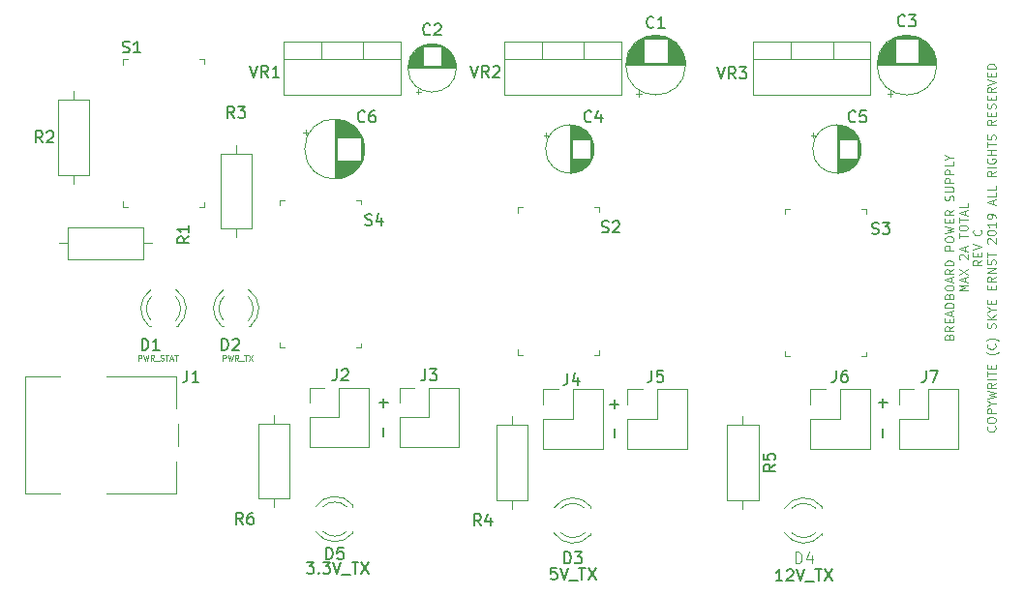
<source format=gbr>
G04 #@! TF.GenerationSoftware,KiCad,Pcbnew,(5.1.4)-1*
G04 #@! TF.CreationDate,2019-10-31T23:02:01-04:00*
G04 #@! TF.ProjectId,BBPSU,42425053-552e-46b6-9963-61645f706362,rev?*
G04 #@! TF.SameCoordinates,Original*
G04 #@! TF.FileFunction,Legend,Top*
G04 #@! TF.FilePolarity,Positive*
%FSLAX46Y46*%
G04 Gerber Fmt 4.6, Leading zero omitted, Abs format (unit mm)*
G04 Created by KiCad (PCBNEW (5.1.4)-1) date 2019-10-31 23:02:01*
%MOMM*%
%LPD*%
G04 APERTURE LIST*
%ADD10C,0.100000*%
%ADD11C,0.150000*%
%ADD12C,0.155000*%
%ADD13C,0.120000*%
%ADD14C,0.125000*%
G04 APERTURE END LIST*
D10*
X128889285Y-79728190D02*
X128889285Y-79228190D01*
X129079761Y-79228190D01*
X129127380Y-79252000D01*
X129151190Y-79275809D01*
X129175000Y-79323428D01*
X129175000Y-79394857D01*
X129151190Y-79442476D01*
X129127380Y-79466285D01*
X129079761Y-79490095D01*
X128889285Y-79490095D01*
X129341666Y-79228190D02*
X129460714Y-79728190D01*
X129555952Y-79371047D01*
X129651190Y-79728190D01*
X129770238Y-79228190D01*
X130246428Y-79728190D02*
X130079761Y-79490095D01*
X129960714Y-79728190D02*
X129960714Y-79228190D01*
X130151190Y-79228190D01*
X130198809Y-79252000D01*
X130222619Y-79275809D01*
X130246428Y-79323428D01*
X130246428Y-79394857D01*
X130222619Y-79442476D01*
X130198809Y-79466285D01*
X130151190Y-79490095D01*
X129960714Y-79490095D01*
X130341666Y-79775809D02*
X130722619Y-79775809D01*
X130770238Y-79228190D02*
X131055952Y-79228190D01*
X130913095Y-79728190D02*
X130913095Y-79228190D01*
X131175000Y-79228190D02*
X131508333Y-79728190D01*
X131508333Y-79228190D02*
X131175000Y-79728190D01*
X121499523Y-79728190D02*
X121499523Y-79228190D01*
X121690000Y-79228190D01*
X121737619Y-79252000D01*
X121761428Y-79275809D01*
X121785238Y-79323428D01*
X121785238Y-79394857D01*
X121761428Y-79442476D01*
X121737619Y-79466285D01*
X121690000Y-79490095D01*
X121499523Y-79490095D01*
X121951904Y-79228190D02*
X122070952Y-79728190D01*
X122166190Y-79371047D01*
X122261428Y-79728190D01*
X122380476Y-79228190D01*
X122856666Y-79728190D02*
X122690000Y-79490095D01*
X122570952Y-79728190D02*
X122570952Y-79228190D01*
X122761428Y-79228190D01*
X122809047Y-79252000D01*
X122832857Y-79275809D01*
X122856666Y-79323428D01*
X122856666Y-79394857D01*
X122832857Y-79442476D01*
X122809047Y-79466285D01*
X122761428Y-79490095D01*
X122570952Y-79490095D01*
X122951904Y-79775809D02*
X123332857Y-79775809D01*
X123428095Y-79704380D02*
X123499523Y-79728190D01*
X123618571Y-79728190D01*
X123666190Y-79704380D01*
X123690000Y-79680571D01*
X123713809Y-79632952D01*
X123713809Y-79585333D01*
X123690000Y-79537714D01*
X123666190Y-79513904D01*
X123618571Y-79490095D01*
X123523333Y-79466285D01*
X123475714Y-79442476D01*
X123451904Y-79418666D01*
X123428095Y-79371047D01*
X123428095Y-79323428D01*
X123451904Y-79275809D01*
X123475714Y-79252000D01*
X123523333Y-79228190D01*
X123642380Y-79228190D01*
X123713809Y-79252000D01*
X123856666Y-79228190D02*
X124142380Y-79228190D01*
X123999523Y-79728190D02*
X123999523Y-79228190D01*
X124285238Y-79585333D02*
X124523333Y-79585333D01*
X124237619Y-79728190D02*
X124404285Y-79228190D01*
X124570952Y-79728190D01*
X124666190Y-79228190D02*
X124951904Y-79228190D01*
X124809047Y-79728190D02*
X124809047Y-79228190D01*
X192418928Y-77653571D02*
X192454642Y-77546428D01*
X192490357Y-77510714D01*
X192561785Y-77475000D01*
X192668928Y-77475000D01*
X192740357Y-77510714D01*
X192776071Y-77546428D01*
X192811785Y-77617857D01*
X192811785Y-77903571D01*
X192061785Y-77903571D01*
X192061785Y-77653571D01*
X192097500Y-77582142D01*
X192133214Y-77546428D01*
X192204642Y-77510714D01*
X192276071Y-77510714D01*
X192347500Y-77546428D01*
X192383214Y-77582142D01*
X192418928Y-77653571D01*
X192418928Y-77903571D01*
X192811785Y-76725000D02*
X192454642Y-76975000D01*
X192811785Y-77153571D02*
X192061785Y-77153571D01*
X192061785Y-76867857D01*
X192097500Y-76796428D01*
X192133214Y-76760714D01*
X192204642Y-76725000D01*
X192311785Y-76725000D01*
X192383214Y-76760714D01*
X192418928Y-76796428D01*
X192454642Y-76867857D01*
X192454642Y-77153571D01*
X192418928Y-76403571D02*
X192418928Y-76153571D01*
X192811785Y-76046428D02*
X192811785Y-76403571D01*
X192061785Y-76403571D01*
X192061785Y-76046428D01*
X192597500Y-75760714D02*
X192597500Y-75403571D01*
X192811785Y-75832142D02*
X192061785Y-75582142D01*
X192811785Y-75332142D01*
X192811785Y-75082142D02*
X192061785Y-75082142D01*
X192061785Y-74903571D01*
X192097500Y-74796428D01*
X192168928Y-74725000D01*
X192240357Y-74689285D01*
X192383214Y-74653571D01*
X192490357Y-74653571D01*
X192633214Y-74689285D01*
X192704642Y-74725000D01*
X192776071Y-74796428D01*
X192811785Y-74903571D01*
X192811785Y-75082142D01*
X192418928Y-74082142D02*
X192454642Y-73975000D01*
X192490357Y-73939285D01*
X192561785Y-73903571D01*
X192668928Y-73903571D01*
X192740357Y-73939285D01*
X192776071Y-73975000D01*
X192811785Y-74046428D01*
X192811785Y-74332142D01*
X192061785Y-74332142D01*
X192061785Y-74082142D01*
X192097500Y-74010714D01*
X192133214Y-73975000D01*
X192204642Y-73939285D01*
X192276071Y-73939285D01*
X192347500Y-73975000D01*
X192383214Y-74010714D01*
X192418928Y-74082142D01*
X192418928Y-74332142D01*
X192061785Y-73439285D02*
X192061785Y-73296428D01*
X192097500Y-73225000D01*
X192168928Y-73153571D01*
X192311785Y-73117857D01*
X192561785Y-73117857D01*
X192704642Y-73153571D01*
X192776071Y-73225000D01*
X192811785Y-73296428D01*
X192811785Y-73439285D01*
X192776071Y-73510714D01*
X192704642Y-73582142D01*
X192561785Y-73617857D01*
X192311785Y-73617857D01*
X192168928Y-73582142D01*
X192097500Y-73510714D01*
X192061785Y-73439285D01*
X192597500Y-72832142D02*
X192597500Y-72475000D01*
X192811785Y-72903571D02*
X192061785Y-72653571D01*
X192811785Y-72403571D01*
X192811785Y-71725000D02*
X192454642Y-71975000D01*
X192811785Y-72153571D02*
X192061785Y-72153571D01*
X192061785Y-71867857D01*
X192097500Y-71796428D01*
X192133214Y-71760714D01*
X192204642Y-71725000D01*
X192311785Y-71725000D01*
X192383214Y-71760714D01*
X192418928Y-71796428D01*
X192454642Y-71867857D01*
X192454642Y-72153571D01*
X192811785Y-71403571D02*
X192061785Y-71403571D01*
X192061785Y-71225000D01*
X192097500Y-71117857D01*
X192168928Y-71046428D01*
X192240357Y-71010714D01*
X192383214Y-70975000D01*
X192490357Y-70975000D01*
X192633214Y-71010714D01*
X192704642Y-71046428D01*
X192776071Y-71117857D01*
X192811785Y-71225000D01*
X192811785Y-71403571D01*
X192811785Y-70082142D02*
X192061785Y-70082142D01*
X192061785Y-69796428D01*
X192097500Y-69725000D01*
X192133214Y-69689285D01*
X192204642Y-69653571D01*
X192311785Y-69653571D01*
X192383214Y-69689285D01*
X192418928Y-69725000D01*
X192454642Y-69796428D01*
X192454642Y-70082142D01*
X192061785Y-69189285D02*
X192061785Y-69046428D01*
X192097500Y-68975000D01*
X192168928Y-68903571D01*
X192311785Y-68867857D01*
X192561785Y-68867857D01*
X192704642Y-68903571D01*
X192776071Y-68975000D01*
X192811785Y-69046428D01*
X192811785Y-69189285D01*
X192776071Y-69260714D01*
X192704642Y-69332142D01*
X192561785Y-69367857D01*
X192311785Y-69367857D01*
X192168928Y-69332142D01*
X192097500Y-69260714D01*
X192061785Y-69189285D01*
X192061785Y-68617857D02*
X192811785Y-68439285D01*
X192276071Y-68296428D01*
X192811785Y-68153571D01*
X192061785Y-67975000D01*
X192418928Y-67689285D02*
X192418928Y-67439285D01*
X192811785Y-67332142D02*
X192811785Y-67689285D01*
X192061785Y-67689285D01*
X192061785Y-67332142D01*
X192811785Y-66582142D02*
X192454642Y-66832142D01*
X192811785Y-67010714D02*
X192061785Y-67010714D01*
X192061785Y-66725000D01*
X192097500Y-66653571D01*
X192133214Y-66617857D01*
X192204642Y-66582142D01*
X192311785Y-66582142D01*
X192383214Y-66617857D01*
X192418928Y-66653571D01*
X192454642Y-66725000D01*
X192454642Y-67010714D01*
X192776071Y-65725000D02*
X192811785Y-65617857D01*
X192811785Y-65439285D01*
X192776071Y-65367857D01*
X192740357Y-65332142D01*
X192668928Y-65296428D01*
X192597500Y-65296428D01*
X192526071Y-65332142D01*
X192490357Y-65367857D01*
X192454642Y-65439285D01*
X192418928Y-65582142D01*
X192383214Y-65653571D01*
X192347500Y-65689285D01*
X192276071Y-65725000D01*
X192204642Y-65725000D01*
X192133214Y-65689285D01*
X192097500Y-65653571D01*
X192061785Y-65582142D01*
X192061785Y-65403571D01*
X192097500Y-65296428D01*
X192061785Y-64975000D02*
X192668928Y-64975000D01*
X192740357Y-64939285D01*
X192776071Y-64903571D01*
X192811785Y-64832142D01*
X192811785Y-64689285D01*
X192776071Y-64617857D01*
X192740357Y-64582142D01*
X192668928Y-64546428D01*
X192061785Y-64546428D01*
X192811785Y-64189285D02*
X192061785Y-64189285D01*
X192061785Y-63903571D01*
X192097500Y-63832142D01*
X192133214Y-63796428D01*
X192204642Y-63760714D01*
X192311785Y-63760714D01*
X192383214Y-63796428D01*
X192418928Y-63832142D01*
X192454642Y-63903571D01*
X192454642Y-64189285D01*
X192811785Y-63439285D02*
X192061785Y-63439285D01*
X192061785Y-63153571D01*
X192097500Y-63082142D01*
X192133214Y-63046428D01*
X192204642Y-63010714D01*
X192311785Y-63010714D01*
X192383214Y-63046428D01*
X192418928Y-63082142D01*
X192454642Y-63153571D01*
X192454642Y-63439285D01*
X192811785Y-62332142D02*
X192811785Y-62689285D01*
X192061785Y-62689285D01*
X192454642Y-61939285D02*
X192811785Y-61939285D01*
X192061785Y-62189285D02*
X192454642Y-61939285D01*
X192061785Y-61689285D01*
X194036785Y-73617857D02*
X193286785Y-73617857D01*
X193822500Y-73367857D01*
X193286785Y-73117857D01*
X194036785Y-73117857D01*
X193822500Y-72796428D02*
X193822500Y-72439285D01*
X194036785Y-72867857D02*
X193286785Y-72617857D01*
X194036785Y-72367857D01*
X193286785Y-72189285D02*
X194036785Y-71689285D01*
X193286785Y-71689285D02*
X194036785Y-72189285D01*
X193358214Y-70867857D02*
X193322500Y-70832142D01*
X193286785Y-70760714D01*
X193286785Y-70582142D01*
X193322500Y-70510714D01*
X193358214Y-70475000D01*
X193429642Y-70439285D01*
X193501071Y-70439285D01*
X193608214Y-70475000D01*
X194036785Y-70903571D01*
X194036785Y-70439285D01*
X193822500Y-70153571D02*
X193822500Y-69796428D01*
X194036785Y-70225000D02*
X193286785Y-69975000D01*
X194036785Y-69725000D01*
X193286785Y-69010714D02*
X193286785Y-68582142D01*
X194036785Y-68796428D02*
X193286785Y-68796428D01*
X193286785Y-68189285D02*
X193286785Y-68046428D01*
X193322500Y-67975000D01*
X193393928Y-67903571D01*
X193536785Y-67867857D01*
X193786785Y-67867857D01*
X193929642Y-67903571D01*
X194001071Y-67975000D01*
X194036785Y-68046428D01*
X194036785Y-68189285D01*
X194001071Y-68260714D01*
X193929642Y-68332142D01*
X193786785Y-68367857D01*
X193536785Y-68367857D01*
X193393928Y-68332142D01*
X193322500Y-68260714D01*
X193286785Y-68189285D01*
X193286785Y-67653571D02*
X193286785Y-67225000D01*
X194036785Y-67439285D02*
X193286785Y-67439285D01*
X193822500Y-67010714D02*
X193822500Y-66653571D01*
X194036785Y-67082142D02*
X193286785Y-66832142D01*
X194036785Y-66582142D01*
X194036785Y-65975000D02*
X194036785Y-66332142D01*
X193286785Y-66332142D01*
X195261785Y-70939285D02*
X194904642Y-71189285D01*
X195261785Y-71367857D02*
X194511785Y-71367857D01*
X194511785Y-71082142D01*
X194547500Y-71010714D01*
X194583214Y-70975000D01*
X194654642Y-70939285D01*
X194761785Y-70939285D01*
X194833214Y-70975000D01*
X194868928Y-71010714D01*
X194904642Y-71082142D01*
X194904642Y-71367857D01*
X194868928Y-70617857D02*
X194868928Y-70367857D01*
X195261785Y-70260714D02*
X195261785Y-70617857D01*
X194511785Y-70617857D01*
X194511785Y-70260714D01*
X194511785Y-70046428D02*
X195261785Y-69796428D01*
X194511785Y-69546428D01*
X195190357Y-68296428D02*
X195226071Y-68332142D01*
X195261785Y-68439285D01*
X195261785Y-68510714D01*
X195226071Y-68617857D01*
X195154642Y-68689285D01*
X195083214Y-68725000D01*
X194940357Y-68760714D01*
X194833214Y-68760714D01*
X194690357Y-68725000D01*
X194618928Y-68689285D01*
X194547500Y-68617857D01*
X194511785Y-68510714D01*
X194511785Y-68439285D01*
X194547500Y-68332142D01*
X194583214Y-68296428D01*
X196415357Y-85475000D02*
X196451071Y-85510714D01*
X196486785Y-85617857D01*
X196486785Y-85689285D01*
X196451071Y-85796428D01*
X196379642Y-85867857D01*
X196308214Y-85903571D01*
X196165357Y-85939285D01*
X196058214Y-85939285D01*
X195915357Y-85903571D01*
X195843928Y-85867857D01*
X195772500Y-85796428D01*
X195736785Y-85689285D01*
X195736785Y-85617857D01*
X195772500Y-85510714D01*
X195808214Y-85475000D01*
X195736785Y-85010714D02*
X195736785Y-84867857D01*
X195772500Y-84796428D01*
X195843928Y-84725000D01*
X195986785Y-84689285D01*
X196236785Y-84689285D01*
X196379642Y-84725000D01*
X196451071Y-84796428D01*
X196486785Y-84867857D01*
X196486785Y-85010714D01*
X196451071Y-85082142D01*
X196379642Y-85153571D01*
X196236785Y-85189285D01*
X195986785Y-85189285D01*
X195843928Y-85153571D01*
X195772500Y-85082142D01*
X195736785Y-85010714D01*
X196486785Y-84367857D02*
X195736785Y-84367857D01*
X195736785Y-84082142D01*
X195772500Y-84010714D01*
X195808214Y-83975000D01*
X195879642Y-83939285D01*
X195986785Y-83939285D01*
X196058214Y-83975000D01*
X196093928Y-84010714D01*
X196129642Y-84082142D01*
X196129642Y-84367857D01*
X196129642Y-83475000D02*
X196486785Y-83475000D01*
X195736785Y-83725000D02*
X196129642Y-83475000D01*
X195736785Y-83225000D01*
X195736785Y-83046428D02*
X196486785Y-82867857D01*
X195951071Y-82725000D01*
X196486785Y-82582142D01*
X195736785Y-82403571D01*
X196486785Y-81689285D02*
X196129642Y-81939285D01*
X196486785Y-82117857D02*
X195736785Y-82117857D01*
X195736785Y-81832142D01*
X195772500Y-81760714D01*
X195808214Y-81725000D01*
X195879642Y-81689285D01*
X195986785Y-81689285D01*
X196058214Y-81725000D01*
X196093928Y-81760714D01*
X196129642Y-81832142D01*
X196129642Y-82117857D01*
X196486785Y-81367857D02*
X195736785Y-81367857D01*
X195736785Y-81117857D02*
X195736785Y-80689285D01*
X196486785Y-80903571D02*
X195736785Y-80903571D01*
X196093928Y-80439285D02*
X196093928Y-80189285D01*
X196486785Y-80082142D02*
X196486785Y-80439285D01*
X195736785Y-80439285D01*
X195736785Y-80082142D01*
X196772500Y-78975000D02*
X196736785Y-79010714D01*
X196629642Y-79082142D01*
X196558214Y-79117857D01*
X196451071Y-79153571D01*
X196272500Y-79189285D01*
X196129642Y-79189285D01*
X195951071Y-79153571D01*
X195843928Y-79117857D01*
X195772500Y-79082142D01*
X195665357Y-79010714D01*
X195629642Y-78975000D01*
X196415357Y-78260714D02*
X196451071Y-78296428D01*
X196486785Y-78403571D01*
X196486785Y-78475000D01*
X196451071Y-78582142D01*
X196379642Y-78653571D01*
X196308214Y-78689285D01*
X196165357Y-78725000D01*
X196058214Y-78725000D01*
X195915357Y-78689285D01*
X195843928Y-78653571D01*
X195772500Y-78582142D01*
X195736785Y-78475000D01*
X195736785Y-78403571D01*
X195772500Y-78296428D01*
X195808214Y-78260714D01*
X196772500Y-78010714D02*
X196736785Y-77975000D01*
X196629642Y-77903571D01*
X196558214Y-77867857D01*
X196451071Y-77832142D01*
X196272500Y-77796428D01*
X196129642Y-77796428D01*
X195951071Y-77832142D01*
X195843928Y-77867857D01*
X195772500Y-77903571D01*
X195665357Y-77975000D01*
X195629642Y-78010714D01*
X196451071Y-76903571D02*
X196486785Y-76796428D01*
X196486785Y-76617857D01*
X196451071Y-76546428D01*
X196415357Y-76510714D01*
X196343928Y-76475000D01*
X196272500Y-76475000D01*
X196201071Y-76510714D01*
X196165357Y-76546428D01*
X196129642Y-76617857D01*
X196093928Y-76760714D01*
X196058214Y-76832142D01*
X196022500Y-76867857D01*
X195951071Y-76903571D01*
X195879642Y-76903571D01*
X195808214Y-76867857D01*
X195772500Y-76832142D01*
X195736785Y-76760714D01*
X195736785Y-76582142D01*
X195772500Y-76475000D01*
X196486785Y-76153571D02*
X195736785Y-76153571D01*
X196486785Y-75725000D02*
X196058214Y-76046428D01*
X195736785Y-75725000D02*
X196165357Y-76153571D01*
X196129642Y-75260714D02*
X196486785Y-75260714D01*
X195736785Y-75510714D02*
X196129642Y-75260714D01*
X195736785Y-75010714D01*
X196093928Y-74760714D02*
X196093928Y-74510714D01*
X196486785Y-74403571D02*
X196486785Y-74760714D01*
X195736785Y-74760714D01*
X195736785Y-74403571D01*
X196093928Y-73510714D02*
X196093928Y-73260714D01*
X196486785Y-73153571D02*
X196486785Y-73510714D01*
X195736785Y-73510714D01*
X195736785Y-73153571D01*
X196486785Y-72403571D02*
X196129642Y-72653571D01*
X196486785Y-72832142D02*
X195736785Y-72832142D01*
X195736785Y-72546428D01*
X195772500Y-72475000D01*
X195808214Y-72439285D01*
X195879642Y-72403571D01*
X195986785Y-72403571D01*
X196058214Y-72439285D01*
X196093928Y-72475000D01*
X196129642Y-72546428D01*
X196129642Y-72832142D01*
X196486785Y-72082142D02*
X195736785Y-72082142D01*
X196486785Y-71653571D01*
X195736785Y-71653571D01*
X196451071Y-71332142D02*
X196486785Y-71225000D01*
X196486785Y-71046428D01*
X196451071Y-70975000D01*
X196415357Y-70939285D01*
X196343928Y-70903571D01*
X196272500Y-70903571D01*
X196201071Y-70939285D01*
X196165357Y-70975000D01*
X196129642Y-71046428D01*
X196093928Y-71189285D01*
X196058214Y-71260714D01*
X196022500Y-71296428D01*
X195951071Y-71332142D01*
X195879642Y-71332142D01*
X195808214Y-71296428D01*
X195772500Y-71260714D01*
X195736785Y-71189285D01*
X195736785Y-71010714D01*
X195772500Y-70903571D01*
X195736785Y-70689285D02*
X195736785Y-70260714D01*
X196486785Y-70475000D02*
X195736785Y-70475000D01*
X195808214Y-69475000D02*
X195772500Y-69439285D01*
X195736785Y-69367857D01*
X195736785Y-69189285D01*
X195772500Y-69117857D01*
X195808214Y-69082142D01*
X195879642Y-69046428D01*
X195951071Y-69046428D01*
X196058214Y-69082142D01*
X196486785Y-69510714D01*
X196486785Y-69046428D01*
X195736785Y-68582142D02*
X195736785Y-68510714D01*
X195772500Y-68439285D01*
X195808214Y-68403571D01*
X195879642Y-68367857D01*
X196022500Y-68332142D01*
X196201071Y-68332142D01*
X196343928Y-68367857D01*
X196415357Y-68403571D01*
X196451071Y-68439285D01*
X196486785Y-68510714D01*
X196486785Y-68582142D01*
X196451071Y-68653571D01*
X196415357Y-68689285D01*
X196343928Y-68725000D01*
X196201071Y-68760714D01*
X196022500Y-68760714D01*
X195879642Y-68725000D01*
X195808214Y-68689285D01*
X195772500Y-68653571D01*
X195736785Y-68582142D01*
X196486785Y-67617857D02*
X196486785Y-68046428D01*
X196486785Y-67832142D02*
X195736785Y-67832142D01*
X195843928Y-67903571D01*
X195915357Y-67975000D01*
X195951071Y-68046428D01*
X196486785Y-67260714D02*
X196486785Y-67117857D01*
X196451071Y-67046428D01*
X196415357Y-67010714D01*
X196308214Y-66939285D01*
X196165357Y-66903571D01*
X195879642Y-66903571D01*
X195808214Y-66939285D01*
X195772500Y-66975000D01*
X195736785Y-67046428D01*
X195736785Y-67189285D01*
X195772500Y-67260714D01*
X195808214Y-67296428D01*
X195879642Y-67332142D01*
X196058214Y-67332142D01*
X196129642Y-67296428D01*
X196165357Y-67260714D01*
X196201071Y-67189285D01*
X196201071Y-67046428D01*
X196165357Y-66975000D01*
X196129642Y-66939285D01*
X196058214Y-66903571D01*
X196272500Y-66046428D02*
X196272500Y-65689285D01*
X196486785Y-66117857D02*
X195736785Y-65867857D01*
X196486785Y-65617857D01*
X196486785Y-65010714D02*
X196486785Y-65367857D01*
X195736785Y-65367857D01*
X196486785Y-64403571D02*
X196486785Y-64760714D01*
X195736785Y-64760714D01*
X196486785Y-63153571D02*
X196129642Y-63403571D01*
X196486785Y-63582142D02*
X195736785Y-63582142D01*
X195736785Y-63296428D01*
X195772500Y-63225000D01*
X195808214Y-63189285D01*
X195879642Y-63153571D01*
X195986785Y-63153571D01*
X196058214Y-63189285D01*
X196093928Y-63225000D01*
X196129642Y-63296428D01*
X196129642Y-63582142D01*
X196486785Y-62832142D02*
X195736785Y-62832142D01*
X195772500Y-62082142D02*
X195736785Y-62153571D01*
X195736785Y-62260714D01*
X195772500Y-62367857D01*
X195843928Y-62439285D01*
X195915357Y-62475000D01*
X196058214Y-62510714D01*
X196165357Y-62510714D01*
X196308214Y-62475000D01*
X196379642Y-62439285D01*
X196451071Y-62367857D01*
X196486785Y-62260714D01*
X196486785Y-62189285D01*
X196451071Y-62082142D01*
X196415357Y-62046428D01*
X196165357Y-62046428D01*
X196165357Y-62189285D01*
X196486785Y-61725000D02*
X195736785Y-61725000D01*
X196093928Y-61725000D02*
X196093928Y-61296428D01*
X196486785Y-61296428D02*
X195736785Y-61296428D01*
X195736785Y-61046428D02*
X195736785Y-60617857D01*
X196486785Y-60832142D02*
X195736785Y-60832142D01*
X196451071Y-60403571D02*
X196486785Y-60296428D01*
X196486785Y-60117857D01*
X196451071Y-60046428D01*
X196415357Y-60010714D01*
X196343928Y-59975000D01*
X196272500Y-59975000D01*
X196201071Y-60010714D01*
X196165357Y-60046428D01*
X196129642Y-60117857D01*
X196093928Y-60260714D01*
X196058214Y-60332142D01*
X196022500Y-60367857D01*
X195951071Y-60403571D01*
X195879642Y-60403571D01*
X195808214Y-60367857D01*
X195772500Y-60332142D01*
X195736785Y-60260714D01*
X195736785Y-60082142D01*
X195772500Y-59975000D01*
X196486785Y-58653571D02*
X196129642Y-58903571D01*
X196486785Y-59082142D02*
X195736785Y-59082142D01*
X195736785Y-58796428D01*
X195772500Y-58725000D01*
X195808214Y-58689285D01*
X195879642Y-58653571D01*
X195986785Y-58653571D01*
X196058214Y-58689285D01*
X196093928Y-58725000D01*
X196129642Y-58796428D01*
X196129642Y-59082142D01*
X196093928Y-58332142D02*
X196093928Y-58082142D01*
X196486785Y-57975000D02*
X196486785Y-58332142D01*
X195736785Y-58332142D01*
X195736785Y-57975000D01*
X196451071Y-57689285D02*
X196486785Y-57582142D01*
X196486785Y-57403571D01*
X196451071Y-57332142D01*
X196415357Y-57296428D01*
X196343928Y-57260714D01*
X196272500Y-57260714D01*
X196201071Y-57296428D01*
X196165357Y-57332142D01*
X196129642Y-57403571D01*
X196093928Y-57546428D01*
X196058214Y-57617857D01*
X196022500Y-57653571D01*
X195951071Y-57689285D01*
X195879642Y-57689285D01*
X195808214Y-57653571D01*
X195772500Y-57617857D01*
X195736785Y-57546428D01*
X195736785Y-57367857D01*
X195772500Y-57260714D01*
X196093928Y-56939285D02*
X196093928Y-56689285D01*
X196486785Y-56582142D02*
X196486785Y-56939285D01*
X195736785Y-56939285D01*
X195736785Y-56582142D01*
X196486785Y-55832142D02*
X196129642Y-56082142D01*
X196486785Y-56260714D02*
X195736785Y-56260714D01*
X195736785Y-55975000D01*
X195772500Y-55903571D01*
X195808214Y-55867857D01*
X195879642Y-55832142D01*
X195986785Y-55832142D01*
X196058214Y-55867857D01*
X196093928Y-55903571D01*
X196129642Y-55975000D01*
X196129642Y-56260714D01*
X195736785Y-55617857D02*
X196486785Y-55367857D01*
X195736785Y-55117857D01*
X196093928Y-54867857D02*
X196093928Y-54617857D01*
X196486785Y-54510714D02*
X196486785Y-54867857D01*
X195736785Y-54867857D01*
X195736785Y-54510714D01*
X196486785Y-54189285D02*
X195736785Y-54189285D01*
X195736785Y-54010714D01*
X195772500Y-53903571D01*
X195843928Y-53832142D01*
X195915357Y-53796428D01*
X196058214Y-53760714D01*
X196165357Y-53760714D01*
X196308214Y-53796428D01*
X196379642Y-53832142D01*
X196451071Y-53903571D01*
X196486785Y-54010714D01*
X196486785Y-54189285D01*
D11*
X177847857Y-99004380D02*
X177276428Y-99004380D01*
X177562142Y-99004380D02*
X177562142Y-98004380D01*
X177466904Y-98147238D01*
X177371666Y-98242476D01*
X177276428Y-98290095D01*
X178228809Y-98099619D02*
X178276428Y-98052000D01*
X178371666Y-98004380D01*
X178609761Y-98004380D01*
X178705000Y-98052000D01*
X178752619Y-98099619D01*
X178800238Y-98194857D01*
X178800238Y-98290095D01*
X178752619Y-98432952D01*
X178181190Y-99004380D01*
X178800238Y-99004380D01*
X179085952Y-98004380D02*
X179419285Y-99004380D01*
X179752619Y-98004380D01*
X179847857Y-99099619D02*
X180609761Y-99099619D01*
X180705000Y-98004380D02*
X181276428Y-98004380D01*
X180990714Y-99004380D02*
X180990714Y-98004380D01*
X181514523Y-98004380D02*
X182181190Y-99004380D01*
X182181190Y-98004380D02*
X181514523Y-99004380D01*
D12*
X158083428Y-97877380D02*
X157607238Y-97877380D01*
X157559619Y-98353571D01*
X157607238Y-98305952D01*
X157702476Y-98258333D01*
X157940571Y-98258333D01*
X158035809Y-98305952D01*
X158083428Y-98353571D01*
X158131047Y-98448809D01*
X158131047Y-98686904D01*
X158083428Y-98782142D01*
X158035809Y-98829761D01*
X157940571Y-98877380D01*
X157702476Y-98877380D01*
X157607238Y-98829761D01*
X157559619Y-98782142D01*
X158416761Y-97877380D02*
X158750095Y-98877380D01*
X159083428Y-97877380D01*
X159178666Y-98972619D02*
X159940571Y-98972619D01*
X160035809Y-97877380D02*
X160607238Y-97877380D01*
X160321523Y-98877380D02*
X160321523Y-97877380D01*
X160845333Y-97877380D02*
X161512000Y-98877380D01*
X161512000Y-97877380D02*
X160845333Y-98877380D01*
D11*
X136223714Y-97369380D02*
X136842761Y-97369380D01*
X136509428Y-97750333D01*
X136652285Y-97750333D01*
X136747523Y-97797952D01*
X136795142Y-97845571D01*
X136842761Y-97940809D01*
X136842761Y-98178904D01*
X136795142Y-98274142D01*
X136747523Y-98321761D01*
X136652285Y-98369380D01*
X136366571Y-98369380D01*
X136271333Y-98321761D01*
X136223714Y-98274142D01*
X137271333Y-98274142D02*
X137318952Y-98321761D01*
X137271333Y-98369380D01*
X137223714Y-98321761D01*
X137271333Y-98274142D01*
X137271333Y-98369380D01*
X137652285Y-97369380D02*
X138271333Y-97369380D01*
X137938000Y-97750333D01*
X138080857Y-97750333D01*
X138176095Y-97797952D01*
X138223714Y-97845571D01*
X138271333Y-97940809D01*
X138271333Y-98178904D01*
X138223714Y-98274142D01*
X138176095Y-98321761D01*
X138080857Y-98369380D01*
X137795142Y-98369380D01*
X137699904Y-98321761D01*
X137652285Y-98274142D01*
X138557047Y-97369380D02*
X138890380Y-98369380D01*
X139223714Y-97369380D01*
X139318952Y-98464619D02*
X140080857Y-98464619D01*
X140176095Y-97369380D02*
X140747523Y-97369380D01*
X140461809Y-98369380D02*
X140461809Y-97369380D01*
X140985619Y-97369380D02*
X141652285Y-98369380D01*
X141652285Y-97369380D02*
X140985619Y-98369380D01*
X186618571Y-85725047D02*
X186618571Y-86486952D01*
X186618571Y-83058047D02*
X186618571Y-83819952D01*
X186237619Y-83439000D02*
X186999523Y-83439000D01*
X163139428Y-83946952D02*
X163139428Y-83185047D01*
X163520380Y-83566000D02*
X162758476Y-83566000D01*
X163139428Y-86486952D02*
X163139428Y-85725047D01*
X142946428Y-86359952D02*
X142946428Y-85598047D01*
X142946428Y-83819952D02*
X142946428Y-83058047D01*
X143327380Y-83439000D02*
X142565476Y-83439000D01*
D13*
G04 #@! TO.C,J3*
X144339000Y-83439000D02*
X144339000Y-82109000D01*
X144339000Y-82109000D02*
X145669000Y-82109000D01*
X144339000Y-84709000D02*
X146939000Y-84709000D01*
X146939000Y-84709000D02*
X146939000Y-82109000D01*
X146939000Y-82109000D02*
X149539000Y-82109000D01*
X149539000Y-87309000D02*
X149539000Y-82109000D01*
X144339000Y-87309000D02*
X149539000Y-87309000D01*
X144339000Y-87309000D02*
X144339000Y-84709000D01*
G04 #@! TO.C,J7*
X188027000Y-83566000D02*
X188027000Y-82236000D01*
X188027000Y-82236000D02*
X189357000Y-82236000D01*
X188027000Y-84836000D02*
X190627000Y-84836000D01*
X190627000Y-84836000D02*
X190627000Y-82236000D01*
X190627000Y-82236000D02*
X193227000Y-82236000D01*
X193227000Y-87436000D02*
X193227000Y-82236000D01*
X188027000Y-87436000D02*
X193227000Y-87436000D01*
X188027000Y-87436000D02*
X188027000Y-84836000D01*
G04 #@! TO.C,J6*
X180280000Y-83566000D02*
X180280000Y-82236000D01*
X180280000Y-82236000D02*
X181610000Y-82236000D01*
X180280000Y-84836000D02*
X182880000Y-84836000D01*
X182880000Y-84836000D02*
X182880000Y-82236000D01*
X182880000Y-82236000D02*
X185480000Y-82236000D01*
X185480000Y-87436000D02*
X185480000Y-82236000D01*
X180280000Y-87436000D02*
X185480000Y-87436000D01*
X180280000Y-87436000D02*
X180280000Y-84836000D01*
G04 #@! TO.C,J5*
X164278000Y-83566000D02*
X164278000Y-82236000D01*
X164278000Y-82236000D02*
X165608000Y-82236000D01*
X164278000Y-84836000D02*
X166878000Y-84836000D01*
X166878000Y-84836000D02*
X166878000Y-82236000D01*
X166878000Y-82236000D02*
X169478000Y-82236000D01*
X169478000Y-87436000D02*
X169478000Y-82236000D01*
X164278000Y-87436000D02*
X169478000Y-87436000D01*
X164278000Y-87436000D02*
X164278000Y-84836000D01*
G04 #@! TO.C,J4*
X156912000Y-83566000D02*
X156912000Y-82236000D01*
X156912000Y-82236000D02*
X158242000Y-82236000D01*
X156912000Y-84836000D02*
X159512000Y-84836000D01*
X159512000Y-84836000D02*
X159512000Y-82236000D01*
X159512000Y-82236000D02*
X162112000Y-82236000D01*
X162112000Y-87436000D02*
X162112000Y-82236000D01*
X156912000Y-87436000D02*
X162112000Y-87436000D01*
X156912000Y-87436000D02*
X156912000Y-84836000D01*
G04 #@! TO.C,J2*
X136465000Y-83439000D02*
X136465000Y-82109000D01*
X136465000Y-82109000D02*
X137795000Y-82109000D01*
X136465000Y-84709000D02*
X139065000Y-84709000D01*
X139065000Y-84709000D02*
X139065000Y-82109000D01*
X139065000Y-82109000D02*
X141665000Y-82109000D01*
X141665000Y-87309000D02*
X141665000Y-82109000D01*
X136465000Y-87309000D02*
X141665000Y-87309000D01*
X136465000Y-87309000D02*
X136465000Y-84709000D01*
G04 #@! TO.C,R6*
X133350000Y-92559000D02*
X133350000Y-91789000D01*
X133350000Y-84479000D02*
X133350000Y-85249000D01*
X134720000Y-91789000D02*
X134720000Y-85249000D01*
X131980000Y-91789000D02*
X134720000Y-91789000D01*
X131980000Y-85249000D02*
X131980000Y-91789000D01*
X134720000Y-85249000D02*
X131980000Y-85249000D01*
G04 #@! TO.C,R5*
X174371000Y-92686000D02*
X174371000Y-91916000D01*
X174371000Y-84606000D02*
X174371000Y-85376000D01*
X175741000Y-91916000D02*
X175741000Y-85376000D01*
X173001000Y-91916000D02*
X175741000Y-91916000D01*
X173001000Y-85376000D02*
X173001000Y-91916000D01*
X175741000Y-85376000D02*
X173001000Y-85376000D01*
G04 #@! TO.C,R4*
X154178000Y-92686000D02*
X154178000Y-91916000D01*
X154178000Y-84606000D02*
X154178000Y-85376000D01*
X155548000Y-91916000D02*
X155548000Y-85376000D01*
X152808000Y-91916000D02*
X155548000Y-91916000D01*
X152808000Y-85376000D02*
X152808000Y-91916000D01*
X155548000Y-85376000D02*
X152808000Y-85376000D01*
G04 #@! TO.C,R3*
X130048000Y-60857000D02*
X130048000Y-61627000D01*
X130048000Y-68937000D02*
X130048000Y-68167000D01*
X128678000Y-61627000D02*
X128678000Y-68167000D01*
X131418000Y-61627000D02*
X128678000Y-61627000D01*
X131418000Y-68167000D02*
X131418000Y-61627000D01*
X128678000Y-68167000D02*
X131418000Y-68167000D01*
G04 #@! TO.C,R2*
X115824000Y-56158000D02*
X115824000Y-56928000D01*
X115824000Y-64238000D02*
X115824000Y-63468000D01*
X114454000Y-56928000D02*
X114454000Y-63468000D01*
X117194000Y-56928000D02*
X114454000Y-56928000D01*
X117194000Y-63468000D02*
X117194000Y-56928000D01*
X114454000Y-63468000D02*
X117194000Y-63468000D01*
G04 #@! TO.C,R1*
X122658000Y-69469000D02*
X121888000Y-69469000D01*
X114578000Y-69469000D02*
X115348000Y-69469000D01*
X121888000Y-68099000D02*
X115348000Y-68099000D01*
X121888000Y-70839000D02*
X121888000Y-68099000D01*
X115348000Y-70839000D02*
X121888000Y-70839000D01*
X115348000Y-68099000D02*
X115348000Y-70839000D01*
G04 #@! TO.C,D5*
X140244000Y-92519000D02*
X140244000Y-92363000D01*
X140244000Y-94835000D02*
X140244000Y-94679000D01*
X137642870Y-92519163D02*
G75*
G02X139724961Y-92519000I1041130J-1079837D01*
G01*
X137642870Y-94678837D02*
G75*
G03X139724961Y-94679000I1041130J1079837D01*
G01*
X137011665Y-92520392D02*
G75*
G02X140244000Y-92363484I1672335J-1078608D01*
G01*
X137011665Y-94677608D02*
G75*
G03X140244000Y-94834516I1672335J1078608D01*
G01*
G04 #@! TO.C,D4*
X181265000Y-92646000D02*
X181265000Y-92490000D01*
X181265000Y-94962000D02*
X181265000Y-94806000D01*
X178663870Y-92646163D02*
G75*
G02X180745961Y-92646000I1041130J-1079837D01*
G01*
X178663870Y-94805837D02*
G75*
G03X180745961Y-94806000I1041130J1079837D01*
G01*
X178032665Y-92647392D02*
G75*
G02X181265000Y-92490484I1672335J-1078608D01*
G01*
X178032665Y-94804608D02*
G75*
G03X181265000Y-94961516I1672335J1078608D01*
G01*
G04 #@! TO.C,D3*
X161072000Y-92646000D02*
X161072000Y-92490000D01*
X161072000Y-94962000D02*
X161072000Y-94806000D01*
X158470870Y-92646163D02*
G75*
G02X160552961Y-92646000I1041130J-1079837D01*
G01*
X158470870Y-94805837D02*
G75*
G03X160552961Y-94806000I1041130J1079837D01*
G01*
X157839665Y-92647392D02*
G75*
G02X161072000Y-92490484I1672335J-1078608D01*
G01*
X157839665Y-94804608D02*
G75*
G03X161072000Y-94961516I1672335J1078608D01*
G01*
G04 #@! TO.C,D2*
X128969392Y-73511665D02*
G75*
G03X128812484Y-76744000I1078608J-1672335D01*
G01*
X131126608Y-73511665D02*
G75*
G02X131283516Y-76744000I-1078608J-1672335D01*
G01*
X128968163Y-74142870D02*
G75*
G03X128968000Y-76224961I1079837J-1041130D01*
G01*
X131127837Y-74142870D02*
G75*
G02X131128000Y-76224961I-1079837J-1041130D01*
G01*
X128812000Y-76744000D02*
X128968000Y-76744000D01*
X131128000Y-76744000D02*
X131284000Y-76744000D01*
G04 #@! TO.C,D1*
X124778000Y-76744000D02*
X124934000Y-76744000D01*
X122462000Y-76744000D02*
X122618000Y-76744000D01*
X124777837Y-74142870D02*
G75*
G02X124778000Y-76224961I-1079837J-1041130D01*
G01*
X122618163Y-74142870D02*
G75*
G03X122618000Y-76224961I1079837J-1041130D01*
G01*
X124776608Y-73511665D02*
G75*
G02X124933516Y-76744000I-1078608J-1672335D01*
G01*
X122619392Y-73511665D02*
G75*
G03X122462484Y-76744000I1078608J-1672335D01*
G01*
G04 #@! TO.C,C6*
X136109225Y-59489000D02*
X136109225Y-59989000D01*
X135859225Y-59739000D02*
X136359225Y-59739000D01*
X141265000Y-60930000D02*
X141265000Y-61498000D01*
X141225000Y-60696000D02*
X141225000Y-61732000D01*
X141185000Y-60537000D02*
X141185000Y-61891000D01*
X141145000Y-60409000D02*
X141145000Y-62019000D01*
X141105000Y-60299000D02*
X141105000Y-62129000D01*
X141065000Y-60203000D02*
X141065000Y-62225000D01*
X141025000Y-60116000D02*
X141025000Y-62312000D01*
X140985000Y-60036000D02*
X140985000Y-62392000D01*
X140945000Y-62254000D02*
X140945000Y-62465000D01*
X140945000Y-59963000D02*
X140945000Y-60174000D01*
X140905000Y-62254000D02*
X140905000Y-62533000D01*
X140905000Y-59895000D02*
X140905000Y-60174000D01*
X140865000Y-62254000D02*
X140865000Y-62597000D01*
X140865000Y-59831000D02*
X140865000Y-60174000D01*
X140825000Y-62254000D02*
X140825000Y-62657000D01*
X140825000Y-59771000D02*
X140825000Y-60174000D01*
X140785000Y-62254000D02*
X140785000Y-62714000D01*
X140785000Y-59714000D02*
X140785000Y-60174000D01*
X140745000Y-62254000D02*
X140745000Y-62768000D01*
X140745000Y-59660000D02*
X140745000Y-60174000D01*
X140705000Y-62254000D02*
X140705000Y-62819000D01*
X140705000Y-59609000D02*
X140705000Y-60174000D01*
X140665000Y-62254000D02*
X140665000Y-62867000D01*
X140665000Y-59561000D02*
X140665000Y-60174000D01*
X140625000Y-62254000D02*
X140625000Y-62913000D01*
X140625000Y-59515000D02*
X140625000Y-60174000D01*
X140585000Y-62254000D02*
X140585000Y-62957000D01*
X140585000Y-59471000D02*
X140585000Y-60174000D01*
X140545000Y-62254000D02*
X140545000Y-62999000D01*
X140545000Y-59429000D02*
X140545000Y-60174000D01*
X140505000Y-62254000D02*
X140505000Y-63040000D01*
X140505000Y-59388000D02*
X140505000Y-60174000D01*
X140465000Y-62254000D02*
X140465000Y-63078000D01*
X140465000Y-59350000D02*
X140465000Y-60174000D01*
X140425000Y-62254000D02*
X140425000Y-63115000D01*
X140425000Y-59313000D02*
X140425000Y-60174000D01*
X140385000Y-62254000D02*
X140385000Y-63151000D01*
X140385000Y-59277000D02*
X140385000Y-60174000D01*
X140345000Y-62254000D02*
X140345000Y-63185000D01*
X140345000Y-59243000D02*
X140345000Y-60174000D01*
X140305000Y-62254000D02*
X140305000Y-63218000D01*
X140305000Y-59210000D02*
X140305000Y-60174000D01*
X140265000Y-62254000D02*
X140265000Y-63249000D01*
X140265000Y-59179000D02*
X140265000Y-60174000D01*
X140225000Y-62254000D02*
X140225000Y-63279000D01*
X140225000Y-59149000D02*
X140225000Y-60174000D01*
X140185000Y-62254000D02*
X140185000Y-63309000D01*
X140185000Y-59119000D02*
X140185000Y-60174000D01*
X140145000Y-62254000D02*
X140145000Y-63336000D01*
X140145000Y-59092000D02*
X140145000Y-60174000D01*
X140105000Y-62254000D02*
X140105000Y-63363000D01*
X140105000Y-59065000D02*
X140105000Y-60174000D01*
X140065000Y-62254000D02*
X140065000Y-63389000D01*
X140065000Y-59039000D02*
X140065000Y-60174000D01*
X140025000Y-62254000D02*
X140025000Y-63414000D01*
X140025000Y-59014000D02*
X140025000Y-60174000D01*
X139985000Y-62254000D02*
X139985000Y-63438000D01*
X139985000Y-58990000D02*
X139985000Y-60174000D01*
X139945000Y-62254000D02*
X139945000Y-63461000D01*
X139945000Y-58967000D02*
X139945000Y-60174000D01*
X139905000Y-62254000D02*
X139905000Y-63482000D01*
X139905000Y-58946000D02*
X139905000Y-60174000D01*
X139865000Y-62254000D02*
X139865000Y-63504000D01*
X139865000Y-58924000D02*
X139865000Y-60174000D01*
X139825000Y-62254000D02*
X139825000Y-63524000D01*
X139825000Y-58904000D02*
X139825000Y-60174000D01*
X139785000Y-62254000D02*
X139785000Y-63543000D01*
X139785000Y-58885000D02*
X139785000Y-60174000D01*
X139745000Y-62254000D02*
X139745000Y-63562000D01*
X139745000Y-58866000D02*
X139745000Y-60174000D01*
X139705000Y-62254000D02*
X139705000Y-63579000D01*
X139705000Y-58849000D02*
X139705000Y-60174000D01*
X139665000Y-62254000D02*
X139665000Y-63596000D01*
X139665000Y-58832000D02*
X139665000Y-60174000D01*
X139625000Y-62254000D02*
X139625000Y-63612000D01*
X139625000Y-58816000D02*
X139625000Y-60174000D01*
X139585000Y-62254000D02*
X139585000Y-63628000D01*
X139585000Y-58800000D02*
X139585000Y-60174000D01*
X139545000Y-62254000D02*
X139545000Y-63642000D01*
X139545000Y-58786000D02*
X139545000Y-60174000D01*
X139505000Y-62254000D02*
X139505000Y-63656000D01*
X139505000Y-58772000D02*
X139505000Y-60174000D01*
X139465000Y-62254000D02*
X139465000Y-63669000D01*
X139465000Y-58759000D02*
X139465000Y-60174000D01*
X139425000Y-62254000D02*
X139425000Y-63682000D01*
X139425000Y-58746000D02*
X139425000Y-60174000D01*
X139385000Y-62254000D02*
X139385000Y-63694000D01*
X139385000Y-58734000D02*
X139385000Y-60174000D01*
X139344000Y-62254000D02*
X139344000Y-63705000D01*
X139344000Y-58723000D02*
X139344000Y-60174000D01*
X139304000Y-62254000D02*
X139304000Y-63715000D01*
X139304000Y-58713000D02*
X139304000Y-60174000D01*
X139264000Y-62254000D02*
X139264000Y-63725000D01*
X139264000Y-58703000D02*
X139264000Y-60174000D01*
X139224000Y-62254000D02*
X139224000Y-63734000D01*
X139224000Y-58694000D02*
X139224000Y-60174000D01*
X139184000Y-62254000D02*
X139184000Y-63742000D01*
X139184000Y-58686000D02*
X139184000Y-60174000D01*
X139144000Y-62254000D02*
X139144000Y-63750000D01*
X139144000Y-58678000D02*
X139144000Y-60174000D01*
X139104000Y-62254000D02*
X139104000Y-63757000D01*
X139104000Y-58671000D02*
X139104000Y-60174000D01*
X139064000Y-62254000D02*
X139064000Y-63764000D01*
X139064000Y-58664000D02*
X139064000Y-60174000D01*
X139024000Y-62254000D02*
X139024000Y-63770000D01*
X139024000Y-58658000D02*
X139024000Y-60174000D01*
X138984000Y-62254000D02*
X138984000Y-63775000D01*
X138984000Y-58653000D02*
X138984000Y-60174000D01*
X138944000Y-62254000D02*
X138944000Y-63779000D01*
X138944000Y-58649000D02*
X138944000Y-60174000D01*
X138904000Y-62254000D02*
X138904000Y-63783000D01*
X138904000Y-58645000D02*
X138904000Y-60174000D01*
X138864000Y-58641000D02*
X138864000Y-63787000D01*
X138824000Y-58638000D02*
X138824000Y-63790000D01*
X138784000Y-58636000D02*
X138784000Y-63792000D01*
X138744000Y-58635000D02*
X138744000Y-63793000D01*
X138704000Y-58634000D02*
X138704000Y-63794000D01*
X138664000Y-58634000D02*
X138664000Y-63794000D01*
X141284000Y-61214000D02*
G75*
G03X141284000Y-61214000I-2620000J0D01*
G01*
G04 #@! TO.C,C5*
X180540199Y-59819000D02*
X180540199Y-60219000D01*
X180340199Y-60019000D02*
X180740199Y-60019000D01*
X184691000Y-60844000D02*
X184691000Y-61584000D01*
X184651000Y-60677000D02*
X184651000Y-61751000D01*
X184611000Y-60550000D02*
X184611000Y-61878000D01*
X184571000Y-60446000D02*
X184571000Y-61982000D01*
X184531000Y-60355000D02*
X184531000Y-62073000D01*
X184491000Y-60274000D02*
X184491000Y-62154000D01*
X184451000Y-60201000D02*
X184451000Y-62227000D01*
X184411000Y-62054000D02*
X184411000Y-62294000D01*
X184411000Y-60134000D02*
X184411000Y-60374000D01*
X184371000Y-62054000D02*
X184371000Y-62356000D01*
X184371000Y-60072000D02*
X184371000Y-60374000D01*
X184331000Y-62054000D02*
X184331000Y-62414000D01*
X184331000Y-60014000D02*
X184331000Y-60374000D01*
X184291000Y-62054000D02*
X184291000Y-62468000D01*
X184291000Y-59960000D02*
X184291000Y-60374000D01*
X184251000Y-62054000D02*
X184251000Y-62518000D01*
X184251000Y-59910000D02*
X184251000Y-60374000D01*
X184211000Y-62054000D02*
X184211000Y-62565000D01*
X184211000Y-59863000D02*
X184211000Y-60374000D01*
X184171000Y-62054000D02*
X184171000Y-62610000D01*
X184171000Y-59818000D02*
X184171000Y-60374000D01*
X184131000Y-62054000D02*
X184131000Y-62652000D01*
X184131000Y-59776000D02*
X184131000Y-60374000D01*
X184091000Y-62054000D02*
X184091000Y-62692000D01*
X184091000Y-59736000D02*
X184091000Y-60374000D01*
X184051000Y-62054000D02*
X184051000Y-62730000D01*
X184051000Y-59698000D02*
X184051000Y-60374000D01*
X184011000Y-62054000D02*
X184011000Y-62766000D01*
X184011000Y-59662000D02*
X184011000Y-60374000D01*
X183971000Y-62054000D02*
X183971000Y-62801000D01*
X183971000Y-59627000D02*
X183971000Y-60374000D01*
X183931000Y-62054000D02*
X183931000Y-62833000D01*
X183931000Y-59595000D02*
X183931000Y-60374000D01*
X183891000Y-62054000D02*
X183891000Y-62864000D01*
X183891000Y-59564000D02*
X183891000Y-60374000D01*
X183851000Y-62054000D02*
X183851000Y-62894000D01*
X183851000Y-59534000D02*
X183851000Y-60374000D01*
X183811000Y-62054000D02*
X183811000Y-62922000D01*
X183811000Y-59506000D02*
X183811000Y-60374000D01*
X183771000Y-62054000D02*
X183771000Y-62949000D01*
X183771000Y-59479000D02*
X183771000Y-60374000D01*
X183731000Y-62054000D02*
X183731000Y-62974000D01*
X183731000Y-59454000D02*
X183731000Y-60374000D01*
X183691000Y-62054000D02*
X183691000Y-62999000D01*
X183691000Y-59429000D02*
X183691000Y-60374000D01*
X183651000Y-62054000D02*
X183651000Y-63022000D01*
X183651000Y-59406000D02*
X183651000Y-60374000D01*
X183611000Y-62054000D02*
X183611000Y-63044000D01*
X183611000Y-59384000D02*
X183611000Y-60374000D01*
X183571000Y-62054000D02*
X183571000Y-63065000D01*
X183571000Y-59363000D02*
X183571000Y-60374000D01*
X183531000Y-62054000D02*
X183531000Y-63084000D01*
X183531000Y-59344000D02*
X183531000Y-60374000D01*
X183491000Y-62054000D02*
X183491000Y-63103000D01*
X183491000Y-59325000D02*
X183491000Y-60374000D01*
X183451000Y-62054000D02*
X183451000Y-63121000D01*
X183451000Y-59307000D02*
X183451000Y-60374000D01*
X183411000Y-62054000D02*
X183411000Y-63138000D01*
X183411000Y-59290000D02*
X183411000Y-60374000D01*
X183371000Y-62054000D02*
X183371000Y-63154000D01*
X183371000Y-59274000D02*
X183371000Y-60374000D01*
X183331000Y-62054000D02*
X183331000Y-63168000D01*
X183331000Y-59260000D02*
X183331000Y-60374000D01*
X183290000Y-62054000D02*
X183290000Y-63182000D01*
X183290000Y-59246000D02*
X183290000Y-60374000D01*
X183250000Y-62054000D02*
X183250000Y-63196000D01*
X183250000Y-59232000D02*
X183250000Y-60374000D01*
X183210000Y-62054000D02*
X183210000Y-63208000D01*
X183210000Y-59220000D02*
X183210000Y-60374000D01*
X183170000Y-62054000D02*
X183170000Y-63219000D01*
X183170000Y-59209000D02*
X183170000Y-60374000D01*
X183130000Y-62054000D02*
X183130000Y-63230000D01*
X183130000Y-59198000D02*
X183130000Y-60374000D01*
X183090000Y-62054000D02*
X183090000Y-63239000D01*
X183090000Y-59189000D02*
X183090000Y-60374000D01*
X183050000Y-62054000D02*
X183050000Y-63248000D01*
X183050000Y-59180000D02*
X183050000Y-60374000D01*
X183010000Y-62054000D02*
X183010000Y-63256000D01*
X183010000Y-59172000D02*
X183010000Y-60374000D01*
X182970000Y-62054000D02*
X182970000Y-63264000D01*
X182970000Y-59164000D02*
X182970000Y-60374000D01*
X182930000Y-62054000D02*
X182930000Y-63270000D01*
X182930000Y-59158000D02*
X182930000Y-60374000D01*
X182890000Y-62054000D02*
X182890000Y-63276000D01*
X182890000Y-59152000D02*
X182890000Y-60374000D01*
X182850000Y-62054000D02*
X182850000Y-63281000D01*
X182850000Y-59147000D02*
X182850000Y-60374000D01*
X182810000Y-62054000D02*
X182810000Y-63285000D01*
X182810000Y-59143000D02*
X182810000Y-60374000D01*
X182770000Y-59140000D02*
X182770000Y-63288000D01*
X182730000Y-59137000D02*
X182730000Y-63291000D01*
X182690000Y-59135000D02*
X182690000Y-63293000D01*
X182650000Y-59134000D02*
X182650000Y-63294000D01*
X182610000Y-59134000D02*
X182610000Y-63294000D01*
X184730000Y-61214000D02*
G75*
G03X184730000Y-61214000I-2120000J0D01*
G01*
G04 #@! TO.C,C4*
X161362000Y-61214000D02*
G75*
G03X161362000Y-61214000I-2120000J0D01*
G01*
X159242000Y-59134000D02*
X159242000Y-63294000D01*
X159282000Y-59134000D02*
X159282000Y-63294000D01*
X159322000Y-59135000D02*
X159322000Y-63293000D01*
X159362000Y-59137000D02*
X159362000Y-63291000D01*
X159402000Y-59140000D02*
X159402000Y-63288000D01*
X159442000Y-59143000D02*
X159442000Y-60374000D01*
X159442000Y-62054000D02*
X159442000Y-63285000D01*
X159482000Y-59147000D02*
X159482000Y-60374000D01*
X159482000Y-62054000D02*
X159482000Y-63281000D01*
X159522000Y-59152000D02*
X159522000Y-60374000D01*
X159522000Y-62054000D02*
X159522000Y-63276000D01*
X159562000Y-59158000D02*
X159562000Y-60374000D01*
X159562000Y-62054000D02*
X159562000Y-63270000D01*
X159602000Y-59164000D02*
X159602000Y-60374000D01*
X159602000Y-62054000D02*
X159602000Y-63264000D01*
X159642000Y-59172000D02*
X159642000Y-60374000D01*
X159642000Y-62054000D02*
X159642000Y-63256000D01*
X159682000Y-59180000D02*
X159682000Y-60374000D01*
X159682000Y-62054000D02*
X159682000Y-63248000D01*
X159722000Y-59189000D02*
X159722000Y-60374000D01*
X159722000Y-62054000D02*
X159722000Y-63239000D01*
X159762000Y-59198000D02*
X159762000Y-60374000D01*
X159762000Y-62054000D02*
X159762000Y-63230000D01*
X159802000Y-59209000D02*
X159802000Y-60374000D01*
X159802000Y-62054000D02*
X159802000Y-63219000D01*
X159842000Y-59220000D02*
X159842000Y-60374000D01*
X159842000Y-62054000D02*
X159842000Y-63208000D01*
X159882000Y-59232000D02*
X159882000Y-60374000D01*
X159882000Y-62054000D02*
X159882000Y-63196000D01*
X159922000Y-59246000D02*
X159922000Y-60374000D01*
X159922000Y-62054000D02*
X159922000Y-63182000D01*
X159963000Y-59260000D02*
X159963000Y-60374000D01*
X159963000Y-62054000D02*
X159963000Y-63168000D01*
X160003000Y-59274000D02*
X160003000Y-60374000D01*
X160003000Y-62054000D02*
X160003000Y-63154000D01*
X160043000Y-59290000D02*
X160043000Y-60374000D01*
X160043000Y-62054000D02*
X160043000Y-63138000D01*
X160083000Y-59307000D02*
X160083000Y-60374000D01*
X160083000Y-62054000D02*
X160083000Y-63121000D01*
X160123000Y-59325000D02*
X160123000Y-60374000D01*
X160123000Y-62054000D02*
X160123000Y-63103000D01*
X160163000Y-59344000D02*
X160163000Y-60374000D01*
X160163000Y-62054000D02*
X160163000Y-63084000D01*
X160203000Y-59363000D02*
X160203000Y-60374000D01*
X160203000Y-62054000D02*
X160203000Y-63065000D01*
X160243000Y-59384000D02*
X160243000Y-60374000D01*
X160243000Y-62054000D02*
X160243000Y-63044000D01*
X160283000Y-59406000D02*
X160283000Y-60374000D01*
X160283000Y-62054000D02*
X160283000Y-63022000D01*
X160323000Y-59429000D02*
X160323000Y-60374000D01*
X160323000Y-62054000D02*
X160323000Y-62999000D01*
X160363000Y-59454000D02*
X160363000Y-60374000D01*
X160363000Y-62054000D02*
X160363000Y-62974000D01*
X160403000Y-59479000D02*
X160403000Y-60374000D01*
X160403000Y-62054000D02*
X160403000Y-62949000D01*
X160443000Y-59506000D02*
X160443000Y-60374000D01*
X160443000Y-62054000D02*
X160443000Y-62922000D01*
X160483000Y-59534000D02*
X160483000Y-60374000D01*
X160483000Y-62054000D02*
X160483000Y-62894000D01*
X160523000Y-59564000D02*
X160523000Y-60374000D01*
X160523000Y-62054000D02*
X160523000Y-62864000D01*
X160563000Y-59595000D02*
X160563000Y-60374000D01*
X160563000Y-62054000D02*
X160563000Y-62833000D01*
X160603000Y-59627000D02*
X160603000Y-60374000D01*
X160603000Y-62054000D02*
X160603000Y-62801000D01*
X160643000Y-59662000D02*
X160643000Y-60374000D01*
X160643000Y-62054000D02*
X160643000Y-62766000D01*
X160683000Y-59698000D02*
X160683000Y-60374000D01*
X160683000Y-62054000D02*
X160683000Y-62730000D01*
X160723000Y-59736000D02*
X160723000Y-60374000D01*
X160723000Y-62054000D02*
X160723000Y-62692000D01*
X160763000Y-59776000D02*
X160763000Y-60374000D01*
X160763000Y-62054000D02*
X160763000Y-62652000D01*
X160803000Y-59818000D02*
X160803000Y-60374000D01*
X160803000Y-62054000D02*
X160803000Y-62610000D01*
X160843000Y-59863000D02*
X160843000Y-60374000D01*
X160843000Y-62054000D02*
X160843000Y-62565000D01*
X160883000Y-59910000D02*
X160883000Y-60374000D01*
X160883000Y-62054000D02*
X160883000Y-62518000D01*
X160923000Y-59960000D02*
X160923000Y-60374000D01*
X160923000Y-62054000D02*
X160923000Y-62468000D01*
X160963000Y-60014000D02*
X160963000Y-60374000D01*
X160963000Y-62054000D02*
X160963000Y-62414000D01*
X161003000Y-60072000D02*
X161003000Y-60374000D01*
X161003000Y-62054000D02*
X161003000Y-62356000D01*
X161043000Y-60134000D02*
X161043000Y-60374000D01*
X161043000Y-62054000D02*
X161043000Y-62294000D01*
X161083000Y-60201000D02*
X161083000Y-62227000D01*
X161123000Y-60274000D02*
X161123000Y-62154000D01*
X161163000Y-60355000D02*
X161163000Y-62073000D01*
X161203000Y-60446000D02*
X161203000Y-61982000D01*
X161243000Y-60550000D02*
X161243000Y-61878000D01*
X161283000Y-60677000D02*
X161283000Y-61751000D01*
X161323000Y-60844000D02*
X161323000Y-61584000D01*
X156972199Y-60019000D02*
X157372199Y-60019000D01*
X157172199Y-59819000D02*
X157172199Y-60219000D01*
G04 #@! TO.C,C3*
X186997000Y-56422775D02*
X187497000Y-56422775D01*
X187247000Y-56672775D02*
X187247000Y-56172775D01*
X188438000Y-51267000D02*
X189006000Y-51267000D01*
X188204000Y-51307000D02*
X189240000Y-51307000D01*
X188045000Y-51347000D02*
X189399000Y-51347000D01*
X187917000Y-51387000D02*
X189527000Y-51387000D01*
X187807000Y-51427000D02*
X189637000Y-51427000D01*
X187711000Y-51467000D02*
X189733000Y-51467000D01*
X187624000Y-51507000D02*
X189820000Y-51507000D01*
X187544000Y-51547000D02*
X189900000Y-51547000D01*
X189762000Y-51587000D02*
X189973000Y-51587000D01*
X187471000Y-51587000D02*
X187682000Y-51587000D01*
X189762000Y-51627000D02*
X190041000Y-51627000D01*
X187403000Y-51627000D02*
X187682000Y-51627000D01*
X189762000Y-51667000D02*
X190105000Y-51667000D01*
X187339000Y-51667000D02*
X187682000Y-51667000D01*
X189762000Y-51707000D02*
X190165000Y-51707000D01*
X187279000Y-51707000D02*
X187682000Y-51707000D01*
X189762000Y-51747000D02*
X190222000Y-51747000D01*
X187222000Y-51747000D02*
X187682000Y-51747000D01*
X189762000Y-51787000D02*
X190276000Y-51787000D01*
X187168000Y-51787000D02*
X187682000Y-51787000D01*
X189762000Y-51827000D02*
X190327000Y-51827000D01*
X187117000Y-51827000D02*
X187682000Y-51827000D01*
X189762000Y-51867000D02*
X190375000Y-51867000D01*
X187069000Y-51867000D02*
X187682000Y-51867000D01*
X189762000Y-51907000D02*
X190421000Y-51907000D01*
X187023000Y-51907000D02*
X187682000Y-51907000D01*
X189762000Y-51947000D02*
X190465000Y-51947000D01*
X186979000Y-51947000D02*
X187682000Y-51947000D01*
X189762000Y-51987000D02*
X190507000Y-51987000D01*
X186937000Y-51987000D02*
X187682000Y-51987000D01*
X189762000Y-52027000D02*
X190548000Y-52027000D01*
X186896000Y-52027000D02*
X187682000Y-52027000D01*
X189762000Y-52067000D02*
X190586000Y-52067000D01*
X186858000Y-52067000D02*
X187682000Y-52067000D01*
X189762000Y-52107000D02*
X190623000Y-52107000D01*
X186821000Y-52107000D02*
X187682000Y-52107000D01*
X189762000Y-52147000D02*
X190659000Y-52147000D01*
X186785000Y-52147000D02*
X187682000Y-52147000D01*
X189762000Y-52187000D02*
X190693000Y-52187000D01*
X186751000Y-52187000D02*
X187682000Y-52187000D01*
X189762000Y-52227000D02*
X190726000Y-52227000D01*
X186718000Y-52227000D02*
X187682000Y-52227000D01*
X189762000Y-52267000D02*
X190757000Y-52267000D01*
X186687000Y-52267000D02*
X187682000Y-52267000D01*
X189762000Y-52307000D02*
X190787000Y-52307000D01*
X186657000Y-52307000D02*
X187682000Y-52307000D01*
X189762000Y-52347000D02*
X190817000Y-52347000D01*
X186627000Y-52347000D02*
X187682000Y-52347000D01*
X189762000Y-52387000D02*
X190844000Y-52387000D01*
X186600000Y-52387000D02*
X187682000Y-52387000D01*
X189762000Y-52427000D02*
X190871000Y-52427000D01*
X186573000Y-52427000D02*
X187682000Y-52427000D01*
X189762000Y-52467000D02*
X190897000Y-52467000D01*
X186547000Y-52467000D02*
X187682000Y-52467000D01*
X189762000Y-52507000D02*
X190922000Y-52507000D01*
X186522000Y-52507000D02*
X187682000Y-52507000D01*
X189762000Y-52547000D02*
X190946000Y-52547000D01*
X186498000Y-52547000D02*
X187682000Y-52547000D01*
X189762000Y-52587000D02*
X190969000Y-52587000D01*
X186475000Y-52587000D02*
X187682000Y-52587000D01*
X189762000Y-52627000D02*
X190990000Y-52627000D01*
X186454000Y-52627000D02*
X187682000Y-52627000D01*
X189762000Y-52667000D02*
X191012000Y-52667000D01*
X186432000Y-52667000D02*
X187682000Y-52667000D01*
X189762000Y-52707000D02*
X191032000Y-52707000D01*
X186412000Y-52707000D02*
X187682000Y-52707000D01*
X189762000Y-52747000D02*
X191051000Y-52747000D01*
X186393000Y-52747000D02*
X187682000Y-52747000D01*
X189762000Y-52787000D02*
X191070000Y-52787000D01*
X186374000Y-52787000D02*
X187682000Y-52787000D01*
X189762000Y-52827000D02*
X191087000Y-52827000D01*
X186357000Y-52827000D02*
X187682000Y-52827000D01*
X189762000Y-52867000D02*
X191104000Y-52867000D01*
X186340000Y-52867000D02*
X187682000Y-52867000D01*
X189762000Y-52907000D02*
X191120000Y-52907000D01*
X186324000Y-52907000D02*
X187682000Y-52907000D01*
X189762000Y-52947000D02*
X191136000Y-52947000D01*
X186308000Y-52947000D02*
X187682000Y-52947000D01*
X189762000Y-52987000D02*
X191150000Y-52987000D01*
X186294000Y-52987000D02*
X187682000Y-52987000D01*
X189762000Y-53027000D02*
X191164000Y-53027000D01*
X186280000Y-53027000D02*
X187682000Y-53027000D01*
X189762000Y-53067000D02*
X191177000Y-53067000D01*
X186267000Y-53067000D02*
X187682000Y-53067000D01*
X189762000Y-53107000D02*
X191190000Y-53107000D01*
X186254000Y-53107000D02*
X187682000Y-53107000D01*
X189762000Y-53147000D02*
X191202000Y-53147000D01*
X186242000Y-53147000D02*
X187682000Y-53147000D01*
X189762000Y-53188000D02*
X191213000Y-53188000D01*
X186231000Y-53188000D02*
X187682000Y-53188000D01*
X189762000Y-53228000D02*
X191223000Y-53228000D01*
X186221000Y-53228000D02*
X187682000Y-53228000D01*
X189762000Y-53268000D02*
X191233000Y-53268000D01*
X186211000Y-53268000D02*
X187682000Y-53268000D01*
X189762000Y-53308000D02*
X191242000Y-53308000D01*
X186202000Y-53308000D02*
X187682000Y-53308000D01*
X189762000Y-53348000D02*
X191250000Y-53348000D01*
X186194000Y-53348000D02*
X187682000Y-53348000D01*
X189762000Y-53388000D02*
X191258000Y-53388000D01*
X186186000Y-53388000D02*
X187682000Y-53388000D01*
X189762000Y-53428000D02*
X191265000Y-53428000D01*
X186179000Y-53428000D02*
X187682000Y-53428000D01*
X189762000Y-53468000D02*
X191272000Y-53468000D01*
X186172000Y-53468000D02*
X187682000Y-53468000D01*
X189762000Y-53508000D02*
X191278000Y-53508000D01*
X186166000Y-53508000D02*
X187682000Y-53508000D01*
X189762000Y-53548000D02*
X191283000Y-53548000D01*
X186161000Y-53548000D02*
X187682000Y-53548000D01*
X189762000Y-53588000D02*
X191287000Y-53588000D01*
X186157000Y-53588000D02*
X187682000Y-53588000D01*
X189762000Y-53628000D02*
X191291000Y-53628000D01*
X186153000Y-53628000D02*
X187682000Y-53628000D01*
X186149000Y-53668000D02*
X191295000Y-53668000D01*
X186146000Y-53708000D02*
X191298000Y-53708000D01*
X186144000Y-53748000D02*
X191300000Y-53748000D01*
X186143000Y-53788000D02*
X191301000Y-53788000D01*
X186142000Y-53828000D02*
X191302000Y-53828000D01*
X186142000Y-53868000D02*
X191302000Y-53868000D01*
X191342000Y-53868000D02*
G75*
G03X191342000Y-53868000I-2620000J0D01*
G01*
G04 #@! TO.C,C2*
X145798000Y-56187801D02*
X146198000Y-56187801D01*
X145998000Y-56387801D02*
X145998000Y-55987801D01*
X146823000Y-52037000D02*
X147563000Y-52037000D01*
X146656000Y-52077000D02*
X147730000Y-52077000D01*
X146529000Y-52117000D02*
X147857000Y-52117000D01*
X146425000Y-52157000D02*
X147961000Y-52157000D01*
X146334000Y-52197000D02*
X148052000Y-52197000D01*
X146253000Y-52237000D02*
X148133000Y-52237000D01*
X146180000Y-52277000D02*
X148206000Y-52277000D01*
X148033000Y-52317000D02*
X148273000Y-52317000D01*
X146113000Y-52317000D02*
X146353000Y-52317000D01*
X148033000Y-52357000D02*
X148335000Y-52357000D01*
X146051000Y-52357000D02*
X146353000Y-52357000D01*
X148033000Y-52397000D02*
X148393000Y-52397000D01*
X145993000Y-52397000D02*
X146353000Y-52397000D01*
X148033000Y-52437000D02*
X148447000Y-52437000D01*
X145939000Y-52437000D02*
X146353000Y-52437000D01*
X148033000Y-52477000D02*
X148497000Y-52477000D01*
X145889000Y-52477000D02*
X146353000Y-52477000D01*
X148033000Y-52517000D02*
X148544000Y-52517000D01*
X145842000Y-52517000D02*
X146353000Y-52517000D01*
X148033000Y-52557000D02*
X148589000Y-52557000D01*
X145797000Y-52557000D02*
X146353000Y-52557000D01*
X148033000Y-52597000D02*
X148631000Y-52597000D01*
X145755000Y-52597000D02*
X146353000Y-52597000D01*
X148033000Y-52637000D02*
X148671000Y-52637000D01*
X145715000Y-52637000D02*
X146353000Y-52637000D01*
X148033000Y-52677000D02*
X148709000Y-52677000D01*
X145677000Y-52677000D02*
X146353000Y-52677000D01*
X148033000Y-52717000D02*
X148745000Y-52717000D01*
X145641000Y-52717000D02*
X146353000Y-52717000D01*
X148033000Y-52757000D02*
X148780000Y-52757000D01*
X145606000Y-52757000D02*
X146353000Y-52757000D01*
X148033000Y-52797000D02*
X148812000Y-52797000D01*
X145574000Y-52797000D02*
X146353000Y-52797000D01*
X148033000Y-52837000D02*
X148843000Y-52837000D01*
X145543000Y-52837000D02*
X146353000Y-52837000D01*
X148033000Y-52877000D02*
X148873000Y-52877000D01*
X145513000Y-52877000D02*
X146353000Y-52877000D01*
X148033000Y-52917000D02*
X148901000Y-52917000D01*
X145485000Y-52917000D02*
X146353000Y-52917000D01*
X148033000Y-52957000D02*
X148928000Y-52957000D01*
X145458000Y-52957000D02*
X146353000Y-52957000D01*
X148033000Y-52997000D02*
X148953000Y-52997000D01*
X145433000Y-52997000D02*
X146353000Y-52997000D01*
X148033000Y-53037000D02*
X148978000Y-53037000D01*
X145408000Y-53037000D02*
X146353000Y-53037000D01*
X148033000Y-53077000D02*
X149001000Y-53077000D01*
X145385000Y-53077000D02*
X146353000Y-53077000D01*
X148033000Y-53117000D02*
X149023000Y-53117000D01*
X145363000Y-53117000D02*
X146353000Y-53117000D01*
X148033000Y-53157000D02*
X149044000Y-53157000D01*
X145342000Y-53157000D02*
X146353000Y-53157000D01*
X148033000Y-53197000D02*
X149063000Y-53197000D01*
X145323000Y-53197000D02*
X146353000Y-53197000D01*
X148033000Y-53237000D02*
X149082000Y-53237000D01*
X145304000Y-53237000D02*
X146353000Y-53237000D01*
X148033000Y-53277000D02*
X149100000Y-53277000D01*
X145286000Y-53277000D02*
X146353000Y-53277000D01*
X148033000Y-53317000D02*
X149117000Y-53317000D01*
X145269000Y-53317000D02*
X146353000Y-53317000D01*
X148033000Y-53357000D02*
X149133000Y-53357000D01*
X145253000Y-53357000D02*
X146353000Y-53357000D01*
X148033000Y-53397000D02*
X149147000Y-53397000D01*
X145239000Y-53397000D02*
X146353000Y-53397000D01*
X148033000Y-53438000D02*
X149161000Y-53438000D01*
X145225000Y-53438000D02*
X146353000Y-53438000D01*
X148033000Y-53478000D02*
X149175000Y-53478000D01*
X145211000Y-53478000D02*
X146353000Y-53478000D01*
X148033000Y-53518000D02*
X149187000Y-53518000D01*
X145199000Y-53518000D02*
X146353000Y-53518000D01*
X148033000Y-53558000D02*
X149198000Y-53558000D01*
X145188000Y-53558000D02*
X146353000Y-53558000D01*
X148033000Y-53598000D02*
X149209000Y-53598000D01*
X145177000Y-53598000D02*
X146353000Y-53598000D01*
X148033000Y-53638000D02*
X149218000Y-53638000D01*
X145168000Y-53638000D02*
X146353000Y-53638000D01*
X148033000Y-53678000D02*
X149227000Y-53678000D01*
X145159000Y-53678000D02*
X146353000Y-53678000D01*
X148033000Y-53718000D02*
X149235000Y-53718000D01*
X145151000Y-53718000D02*
X146353000Y-53718000D01*
X148033000Y-53758000D02*
X149243000Y-53758000D01*
X145143000Y-53758000D02*
X146353000Y-53758000D01*
X148033000Y-53798000D02*
X149249000Y-53798000D01*
X145137000Y-53798000D02*
X146353000Y-53798000D01*
X148033000Y-53838000D02*
X149255000Y-53838000D01*
X145131000Y-53838000D02*
X146353000Y-53838000D01*
X148033000Y-53878000D02*
X149260000Y-53878000D01*
X145126000Y-53878000D02*
X146353000Y-53878000D01*
X148033000Y-53918000D02*
X149264000Y-53918000D01*
X145122000Y-53918000D02*
X146353000Y-53918000D01*
X145119000Y-53958000D02*
X149267000Y-53958000D01*
X145116000Y-53998000D02*
X149270000Y-53998000D01*
X145114000Y-54038000D02*
X149272000Y-54038000D01*
X145113000Y-54078000D02*
X149273000Y-54078000D01*
X145113000Y-54118000D02*
X149273000Y-54118000D01*
X149313000Y-54118000D02*
G75*
G03X149313000Y-54118000I-2120000J0D01*
G01*
G04 #@! TO.C,C1*
X165026000Y-56422775D02*
X165526000Y-56422775D01*
X165276000Y-56672775D02*
X165276000Y-56172775D01*
X166467000Y-51267000D02*
X167035000Y-51267000D01*
X166233000Y-51307000D02*
X167269000Y-51307000D01*
X166074000Y-51347000D02*
X167428000Y-51347000D01*
X165946000Y-51387000D02*
X167556000Y-51387000D01*
X165836000Y-51427000D02*
X167666000Y-51427000D01*
X165740000Y-51467000D02*
X167762000Y-51467000D01*
X165653000Y-51507000D02*
X167849000Y-51507000D01*
X165573000Y-51547000D02*
X167929000Y-51547000D01*
X167791000Y-51587000D02*
X168002000Y-51587000D01*
X165500000Y-51587000D02*
X165711000Y-51587000D01*
X167791000Y-51627000D02*
X168070000Y-51627000D01*
X165432000Y-51627000D02*
X165711000Y-51627000D01*
X167791000Y-51667000D02*
X168134000Y-51667000D01*
X165368000Y-51667000D02*
X165711000Y-51667000D01*
X167791000Y-51707000D02*
X168194000Y-51707000D01*
X165308000Y-51707000D02*
X165711000Y-51707000D01*
X167791000Y-51747000D02*
X168251000Y-51747000D01*
X165251000Y-51747000D02*
X165711000Y-51747000D01*
X167791000Y-51787000D02*
X168305000Y-51787000D01*
X165197000Y-51787000D02*
X165711000Y-51787000D01*
X167791000Y-51827000D02*
X168356000Y-51827000D01*
X165146000Y-51827000D02*
X165711000Y-51827000D01*
X167791000Y-51867000D02*
X168404000Y-51867000D01*
X165098000Y-51867000D02*
X165711000Y-51867000D01*
X167791000Y-51907000D02*
X168450000Y-51907000D01*
X165052000Y-51907000D02*
X165711000Y-51907000D01*
X167791000Y-51947000D02*
X168494000Y-51947000D01*
X165008000Y-51947000D02*
X165711000Y-51947000D01*
X167791000Y-51987000D02*
X168536000Y-51987000D01*
X164966000Y-51987000D02*
X165711000Y-51987000D01*
X167791000Y-52027000D02*
X168577000Y-52027000D01*
X164925000Y-52027000D02*
X165711000Y-52027000D01*
X167791000Y-52067000D02*
X168615000Y-52067000D01*
X164887000Y-52067000D02*
X165711000Y-52067000D01*
X167791000Y-52107000D02*
X168652000Y-52107000D01*
X164850000Y-52107000D02*
X165711000Y-52107000D01*
X167791000Y-52147000D02*
X168688000Y-52147000D01*
X164814000Y-52147000D02*
X165711000Y-52147000D01*
X167791000Y-52187000D02*
X168722000Y-52187000D01*
X164780000Y-52187000D02*
X165711000Y-52187000D01*
X167791000Y-52227000D02*
X168755000Y-52227000D01*
X164747000Y-52227000D02*
X165711000Y-52227000D01*
X167791000Y-52267000D02*
X168786000Y-52267000D01*
X164716000Y-52267000D02*
X165711000Y-52267000D01*
X167791000Y-52307000D02*
X168816000Y-52307000D01*
X164686000Y-52307000D02*
X165711000Y-52307000D01*
X167791000Y-52347000D02*
X168846000Y-52347000D01*
X164656000Y-52347000D02*
X165711000Y-52347000D01*
X167791000Y-52387000D02*
X168873000Y-52387000D01*
X164629000Y-52387000D02*
X165711000Y-52387000D01*
X167791000Y-52427000D02*
X168900000Y-52427000D01*
X164602000Y-52427000D02*
X165711000Y-52427000D01*
X167791000Y-52467000D02*
X168926000Y-52467000D01*
X164576000Y-52467000D02*
X165711000Y-52467000D01*
X167791000Y-52507000D02*
X168951000Y-52507000D01*
X164551000Y-52507000D02*
X165711000Y-52507000D01*
X167791000Y-52547000D02*
X168975000Y-52547000D01*
X164527000Y-52547000D02*
X165711000Y-52547000D01*
X167791000Y-52587000D02*
X168998000Y-52587000D01*
X164504000Y-52587000D02*
X165711000Y-52587000D01*
X167791000Y-52627000D02*
X169019000Y-52627000D01*
X164483000Y-52627000D02*
X165711000Y-52627000D01*
X167791000Y-52667000D02*
X169041000Y-52667000D01*
X164461000Y-52667000D02*
X165711000Y-52667000D01*
X167791000Y-52707000D02*
X169061000Y-52707000D01*
X164441000Y-52707000D02*
X165711000Y-52707000D01*
X167791000Y-52747000D02*
X169080000Y-52747000D01*
X164422000Y-52747000D02*
X165711000Y-52747000D01*
X167791000Y-52787000D02*
X169099000Y-52787000D01*
X164403000Y-52787000D02*
X165711000Y-52787000D01*
X167791000Y-52827000D02*
X169116000Y-52827000D01*
X164386000Y-52827000D02*
X165711000Y-52827000D01*
X167791000Y-52867000D02*
X169133000Y-52867000D01*
X164369000Y-52867000D02*
X165711000Y-52867000D01*
X167791000Y-52907000D02*
X169149000Y-52907000D01*
X164353000Y-52907000D02*
X165711000Y-52907000D01*
X167791000Y-52947000D02*
X169165000Y-52947000D01*
X164337000Y-52947000D02*
X165711000Y-52947000D01*
X167791000Y-52987000D02*
X169179000Y-52987000D01*
X164323000Y-52987000D02*
X165711000Y-52987000D01*
X167791000Y-53027000D02*
X169193000Y-53027000D01*
X164309000Y-53027000D02*
X165711000Y-53027000D01*
X167791000Y-53067000D02*
X169206000Y-53067000D01*
X164296000Y-53067000D02*
X165711000Y-53067000D01*
X167791000Y-53107000D02*
X169219000Y-53107000D01*
X164283000Y-53107000D02*
X165711000Y-53107000D01*
X167791000Y-53147000D02*
X169231000Y-53147000D01*
X164271000Y-53147000D02*
X165711000Y-53147000D01*
X167791000Y-53188000D02*
X169242000Y-53188000D01*
X164260000Y-53188000D02*
X165711000Y-53188000D01*
X167791000Y-53228000D02*
X169252000Y-53228000D01*
X164250000Y-53228000D02*
X165711000Y-53228000D01*
X167791000Y-53268000D02*
X169262000Y-53268000D01*
X164240000Y-53268000D02*
X165711000Y-53268000D01*
X167791000Y-53308000D02*
X169271000Y-53308000D01*
X164231000Y-53308000D02*
X165711000Y-53308000D01*
X167791000Y-53348000D02*
X169279000Y-53348000D01*
X164223000Y-53348000D02*
X165711000Y-53348000D01*
X167791000Y-53388000D02*
X169287000Y-53388000D01*
X164215000Y-53388000D02*
X165711000Y-53388000D01*
X167791000Y-53428000D02*
X169294000Y-53428000D01*
X164208000Y-53428000D02*
X165711000Y-53428000D01*
X167791000Y-53468000D02*
X169301000Y-53468000D01*
X164201000Y-53468000D02*
X165711000Y-53468000D01*
X167791000Y-53508000D02*
X169307000Y-53508000D01*
X164195000Y-53508000D02*
X165711000Y-53508000D01*
X167791000Y-53548000D02*
X169312000Y-53548000D01*
X164190000Y-53548000D02*
X165711000Y-53548000D01*
X167791000Y-53588000D02*
X169316000Y-53588000D01*
X164186000Y-53588000D02*
X165711000Y-53588000D01*
X167791000Y-53628000D02*
X169320000Y-53628000D01*
X164182000Y-53628000D02*
X165711000Y-53628000D01*
X164178000Y-53668000D02*
X169324000Y-53668000D01*
X164175000Y-53708000D02*
X169327000Y-53708000D01*
X164173000Y-53748000D02*
X169329000Y-53748000D01*
X164172000Y-53788000D02*
X169330000Y-53788000D01*
X164171000Y-53828000D02*
X169331000Y-53828000D01*
X164171000Y-53868000D02*
X169331000Y-53868000D01*
X169371000Y-53868000D02*
G75*
G03X169371000Y-53868000I-2620000J0D01*
G01*
D10*
G04 #@! TO.C,S4*
X140939000Y-78585000D02*
X140589000Y-78585000D01*
X140939000Y-78210000D02*
X140939000Y-78585000D01*
X140939000Y-65685000D02*
X140939000Y-66085000D01*
X140939000Y-65685000D02*
X140564000Y-65685000D01*
X133889000Y-65685000D02*
X134314000Y-65685000D01*
X133889000Y-65685000D02*
X133889000Y-66135000D01*
X133889000Y-78560000D02*
X133889000Y-78110000D01*
X133889000Y-78585000D02*
X134314000Y-78585000D01*
G04 #@! TO.C,S3*
X185135000Y-79349000D02*
X184785000Y-79349000D01*
X185135000Y-78974000D02*
X185135000Y-79349000D01*
X185135000Y-66449000D02*
X185135000Y-66849000D01*
X185135000Y-66449000D02*
X184760000Y-66449000D01*
X178085000Y-66449000D02*
X178510000Y-66449000D01*
X178085000Y-66449000D02*
X178085000Y-66899000D01*
X178085000Y-79324000D02*
X178085000Y-78874000D01*
X178085000Y-79349000D02*
X178510000Y-79349000D01*
G04 #@! TO.C,S2*
X161767000Y-79222000D02*
X161417000Y-79222000D01*
X161767000Y-78847000D02*
X161767000Y-79222000D01*
X161767000Y-66322000D02*
X161767000Y-66722000D01*
X161767000Y-66322000D02*
X161392000Y-66322000D01*
X154717000Y-66322000D02*
X155142000Y-66322000D01*
X154717000Y-66322000D02*
X154717000Y-66772000D01*
X154717000Y-79197000D02*
X154717000Y-78747000D01*
X154717000Y-79222000D02*
X155142000Y-79222000D01*
D13*
G04 #@! TO.C,J1*
X118748000Y-81123000D02*
X124808000Y-81123000D01*
X124808000Y-81123000D02*
X124808000Y-83933000D01*
X124808000Y-88533000D02*
X124808000Y-91343000D01*
X124808000Y-91343000D02*
X118748000Y-91343000D01*
X114648000Y-91343000D02*
X111588000Y-91343000D01*
X111588000Y-91343000D02*
X111588000Y-81123000D01*
X111588000Y-81123000D02*
X114648000Y-81123000D01*
X124998000Y-85233000D02*
X124998000Y-87233000D01*
D10*
G04 #@! TO.C,S1*
X120173000Y-66268000D02*
X120598000Y-66268000D01*
X120173000Y-66243000D02*
X120173000Y-65793000D01*
X120173000Y-53368000D02*
X120173000Y-53818000D01*
X120173000Y-53368000D02*
X120598000Y-53368000D01*
X127223000Y-53368000D02*
X126848000Y-53368000D01*
X127223000Y-53368000D02*
X127223000Y-53768000D01*
X127223000Y-65893000D02*
X127223000Y-66268000D01*
X127223000Y-66268000D02*
X126873000Y-66268000D01*
D13*
G04 #@! TO.C,VR1*
X134199000Y-51848000D02*
X144439000Y-51848000D01*
X134199000Y-56489000D02*
X144439000Y-56489000D01*
X134199000Y-51848000D02*
X134199000Y-56489000D01*
X144439000Y-51848000D02*
X144439000Y-56489000D01*
X134199000Y-53358000D02*
X144439000Y-53358000D01*
X137469000Y-51848000D02*
X137469000Y-53358000D01*
X141170000Y-51848000D02*
X141170000Y-53358000D01*
G04 #@! TO.C,VR2*
X160474000Y-51848000D02*
X160474000Y-53358000D01*
X156773000Y-51848000D02*
X156773000Y-53358000D01*
X153503000Y-53358000D02*
X163743000Y-53358000D01*
X163743000Y-51848000D02*
X163743000Y-56489000D01*
X153503000Y-51848000D02*
X153503000Y-56489000D01*
X153503000Y-56489000D02*
X163743000Y-56489000D01*
X153503000Y-51848000D02*
X163743000Y-51848000D01*
G04 #@! TO.C,VR3*
X175283500Y-51848000D02*
X185523500Y-51848000D01*
X175283500Y-56489000D02*
X185523500Y-56489000D01*
X175283500Y-51848000D02*
X175283500Y-56489000D01*
X185523500Y-51848000D02*
X185523500Y-56489000D01*
X175283500Y-53358000D02*
X185523500Y-53358000D01*
X178553500Y-51848000D02*
X178553500Y-53358000D01*
X182254500Y-51848000D02*
X182254500Y-53358000D01*
G04 #@! TO.C,J3*
D11*
X146605666Y-80478380D02*
X146605666Y-81192666D01*
X146558047Y-81335523D01*
X146462809Y-81430761D01*
X146319952Y-81478380D01*
X146224714Y-81478380D01*
X146986619Y-80478380D02*
X147605666Y-80478380D01*
X147272333Y-80859333D01*
X147415190Y-80859333D01*
X147510428Y-80906952D01*
X147558047Y-80954571D01*
X147605666Y-81049809D01*
X147605666Y-81287904D01*
X147558047Y-81383142D01*
X147510428Y-81430761D01*
X147415190Y-81478380D01*
X147129476Y-81478380D01*
X147034238Y-81430761D01*
X146986619Y-81383142D01*
G04 #@! TO.C,J7*
X190420666Y-80605380D02*
X190420666Y-81319666D01*
X190373047Y-81462523D01*
X190277809Y-81557761D01*
X190134952Y-81605380D01*
X190039714Y-81605380D01*
X190801619Y-80605380D02*
X191468285Y-80605380D01*
X191039714Y-81605380D01*
G04 #@! TO.C,J6*
X182546666Y-80605380D02*
X182546666Y-81319666D01*
X182499047Y-81462523D01*
X182403809Y-81557761D01*
X182260952Y-81605380D01*
X182165714Y-81605380D01*
X183451428Y-80605380D02*
X183260952Y-80605380D01*
X183165714Y-80653000D01*
X183118095Y-80700619D01*
X183022857Y-80843476D01*
X182975238Y-81033952D01*
X182975238Y-81414904D01*
X183022857Y-81510142D01*
X183070476Y-81557761D01*
X183165714Y-81605380D01*
X183356190Y-81605380D01*
X183451428Y-81557761D01*
X183499047Y-81510142D01*
X183546666Y-81414904D01*
X183546666Y-81176809D01*
X183499047Y-81081571D01*
X183451428Y-81033952D01*
X183356190Y-80986333D01*
X183165714Y-80986333D01*
X183070476Y-81033952D01*
X183022857Y-81081571D01*
X182975238Y-81176809D01*
G04 #@! TO.C,J5*
X166417666Y-80605380D02*
X166417666Y-81319666D01*
X166370047Y-81462523D01*
X166274809Y-81557761D01*
X166131952Y-81605380D01*
X166036714Y-81605380D01*
X167370047Y-80605380D02*
X166893857Y-80605380D01*
X166846238Y-81081571D01*
X166893857Y-81033952D01*
X166989095Y-80986333D01*
X167227190Y-80986333D01*
X167322428Y-81033952D01*
X167370047Y-81081571D01*
X167417666Y-81176809D01*
X167417666Y-81414904D01*
X167370047Y-81510142D01*
X167322428Y-81557761D01*
X167227190Y-81605380D01*
X166989095Y-81605380D01*
X166893857Y-81557761D01*
X166846238Y-81510142D01*
G04 #@! TO.C,J4*
X159051666Y-80859380D02*
X159051666Y-81573666D01*
X159004047Y-81716523D01*
X158908809Y-81811761D01*
X158765952Y-81859380D01*
X158670714Y-81859380D01*
X159956428Y-81192714D02*
X159956428Y-81859380D01*
X159718333Y-80811761D02*
X159480238Y-81526047D01*
X160099285Y-81526047D01*
G04 #@! TO.C,J2*
X138858666Y-80478380D02*
X138858666Y-81192666D01*
X138811047Y-81335523D01*
X138715809Y-81430761D01*
X138572952Y-81478380D01*
X138477714Y-81478380D01*
X139287238Y-80573619D02*
X139334857Y-80526000D01*
X139430095Y-80478380D01*
X139668190Y-80478380D01*
X139763428Y-80526000D01*
X139811047Y-80573619D01*
X139858666Y-80668857D01*
X139858666Y-80764095D01*
X139811047Y-80906952D01*
X139239619Y-81478380D01*
X139858666Y-81478380D01*
G04 #@! TO.C,R6*
X130643333Y-94051380D02*
X130310000Y-93575190D01*
X130071904Y-94051380D02*
X130071904Y-93051380D01*
X130452857Y-93051380D01*
X130548095Y-93099000D01*
X130595714Y-93146619D01*
X130643333Y-93241857D01*
X130643333Y-93384714D01*
X130595714Y-93479952D01*
X130548095Y-93527571D01*
X130452857Y-93575190D01*
X130071904Y-93575190D01*
X131500476Y-93051380D02*
X131310000Y-93051380D01*
X131214761Y-93099000D01*
X131167142Y-93146619D01*
X131071904Y-93289476D01*
X131024285Y-93479952D01*
X131024285Y-93860904D01*
X131071904Y-93956142D01*
X131119523Y-94003761D01*
X131214761Y-94051380D01*
X131405238Y-94051380D01*
X131500476Y-94003761D01*
X131548095Y-93956142D01*
X131595714Y-93860904D01*
X131595714Y-93622809D01*
X131548095Y-93527571D01*
X131500476Y-93479952D01*
X131405238Y-93432333D01*
X131214761Y-93432333D01*
X131119523Y-93479952D01*
X131071904Y-93527571D01*
X131024285Y-93622809D01*
G04 #@! TO.C,R5*
X177193380Y-88812666D02*
X176717190Y-89146000D01*
X177193380Y-89384095D02*
X176193380Y-89384095D01*
X176193380Y-89003142D01*
X176241000Y-88907904D01*
X176288619Y-88860285D01*
X176383857Y-88812666D01*
X176526714Y-88812666D01*
X176621952Y-88860285D01*
X176669571Y-88907904D01*
X176717190Y-89003142D01*
X176717190Y-89384095D01*
X176193380Y-87907904D02*
X176193380Y-88384095D01*
X176669571Y-88431714D01*
X176621952Y-88384095D01*
X176574333Y-88288857D01*
X176574333Y-88050761D01*
X176621952Y-87955523D01*
X176669571Y-87907904D01*
X176764809Y-87860285D01*
X177002904Y-87860285D01*
X177098142Y-87907904D01*
X177145761Y-87955523D01*
X177193380Y-88050761D01*
X177193380Y-88288857D01*
X177145761Y-88384095D01*
X177098142Y-88431714D01*
G04 #@! TO.C,R4*
X151471333Y-94178380D02*
X151138000Y-93702190D01*
X150899904Y-94178380D02*
X150899904Y-93178380D01*
X151280857Y-93178380D01*
X151376095Y-93226000D01*
X151423714Y-93273619D01*
X151471333Y-93368857D01*
X151471333Y-93511714D01*
X151423714Y-93606952D01*
X151376095Y-93654571D01*
X151280857Y-93702190D01*
X150899904Y-93702190D01*
X152328476Y-93511714D02*
X152328476Y-94178380D01*
X152090380Y-93130761D02*
X151852285Y-93845047D01*
X152471333Y-93845047D01*
G04 #@! TO.C,R3*
X129881333Y-58491380D02*
X129548000Y-58015190D01*
X129309904Y-58491380D02*
X129309904Y-57491380D01*
X129690857Y-57491380D01*
X129786095Y-57539000D01*
X129833714Y-57586619D01*
X129881333Y-57681857D01*
X129881333Y-57824714D01*
X129833714Y-57919952D01*
X129786095Y-57967571D01*
X129690857Y-58015190D01*
X129309904Y-58015190D01*
X130214666Y-57491380D02*
X130833714Y-57491380D01*
X130500380Y-57872333D01*
X130643238Y-57872333D01*
X130738476Y-57919952D01*
X130786095Y-57967571D01*
X130833714Y-58062809D01*
X130833714Y-58300904D01*
X130786095Y-58396142D01*
X130738476Y-58443761D01*
X130643238Y-58491380D01*
X130357523Y-58491380D01*
X130262285Y-58443761D01*
X130214666Y-58396142D01*
G04 #@! TO.C,R2*
X113117333Y-60650380D02*
X112784000Y-60174190D01*
X112545904Y-60650380D02*
X112545904Y-59650380D01*
X112926857Y-59650380D01*
X113022095Y-59698000D01*
X113069714Y-59745619D01*
X113117333Y-59840857D01*
X113117333Y-59983714D01*
X113069714Y-60078952D01*
X113022095Y-60126571D01*
X112926857Y-60174190D01*
X112545904Y-60174190D01*
X113498285Y-59745619D02*
X113545904Y-59698000D01*
X113641142Y-59650380D01*
X113879238Y-59650380D01*
X113974476Y-59698000D01*
X114022095Y-59745619D01*
X114069714Y-59840857D01*
X114069714Y-59936095D01*
X114022095Y-60078952D01*
X113450666Y-60650380D01*
X114069714Y-60650380D01*
G04 #@! TO.C,R1*
X125928380Y-68873666D02*
X125452190Y-69207000D01*
X125928380Y-69445095D02*
X124928380Y-69445095D01*
X124928380Y-69064142D01*
X124976000Y-68968904D01*
X125023619Y-68921285D01*
X125118857Y-68873666D01*
X125261714Y-68873666D01*
X125356952Y-68921285D01*
X125404571Y-68968904D01*
X125452190Y-69064142D01*
X125452190Y-69445095D01*
X125928380Y-67921285D02*
X125928380Y-68492714D01*
X125928380Y-68207000D02*
X124928380Y-68207000D01*
X125071238Y-68302238D01*
X125166476Y-68397476D01*
X125214095Y-68492714D01*
G04 #@! TO.C,D5*
X137945904Y-97099380D02*
X137945904Y-96099380D01*
X138184000Y-96099380D01*
X138326857Y-96147000D01*
X138422095Y-96242238D01*
X138469714Y-96337476D01*
X138517333Y-96527952D01*
X138517333Y-96670809D01*
X138469714Y-96861285D01*
X138422095Y-96956523D01*
X138326857Y-97051761D01*
X138184000Y-97099380D01*
X137945904Y-97099380D01*
X139422095Y-96099380D02*
X138945904Y-96099380D01*
X138898285Y-96575571D01*
X138945904Y-96527952D01*
X139041142Y-96480333D01*
X139279238Y-96480333D01*
X139374476Y-96527952D01*
X139422095Y-96575571D01*
X139469714Y-96670809D01*
X139469714Y-96908904D01*
X139422095Y-97004142D01*
X139374476Y-97051761D01*
X139279238Y-97099380D01*
X139041142Y-97099380D01*
X138945904Y-97051761D01*
X138898285Y-97004142D01*
G04 #@! TO.C,D4*
D14*
X178966904Y-97480380D02*
X178966904Y-96480380D01*
X179205000Y-96480380D01*
X179347857Y-96528000D01*
X179443095Y-96623238D01*
X179490714Y-96718476D01*
X179538333Y-96908952D01*
X179538333Y-97051809D01*
X179490714Y-97242285D01*
X179443095Y-97337523D01*
X179347857Y-97432761D01*
X179205000Y-97480380D01*
X178966904Y-97480380D01*
X180395476Y-96813714D02*
X180395476Y-97480380D01*
X180157380Y-96432761D02*
X179919285Y-97147047D01*
X180538333Y-97147047D01*
G04 #@! TO.C,D3*
D11*
X158773904Y-97480380D02*
X158773904Y-96480380D01*
X159012000Y-96480380D01*
X159154857Y-96528000D01*
X159250095Y-96623238D01*
X159297714Y-96718476D01*
X159345333Y-96908952D01*
X159345333Y-97051809D01*
X159297714Y-97242285D01*
X159250095Y-97337523D01*
X159154857Y-97432761D01*
X159012000Y-97480380D01*
X158773904Y-97480380D01*
X159678666Y-96480380D02*
X160297714Y-96480380D01*
X159964380Y-96861333D01*
X160107238Y-96861333D01*
X160202476Y-96908952D01*
X160250095Y-96956571D01*
X160297714Y-97051809D01*
X160297714Y-97289904D01*
X160250095Y-97385142D01*
X160202476Y-97432761D01*
X160107238Y-97480380D01*
X159821523Y-97480380D01*
X159726285Y-97432761D01*
X159678666Y-97385142D01*
G04 #@! TO.C,D2*
X128801904Y-78811380D02*
X128801904Y-77811380D01*
X129040000Y-77811380D01*
X129182857Y-77859000D01*
X129278095Y-77954238D01*
X129325714Y-78049476D01*
X129373333Y-78239952D01*
X129373333Y-78382809D01*
X129325714Y-78573285D01*
X129278095Y-78668523D01*
X129182857Y-78763761D01*
X129040000Y-78811380D01*
X128801904Y-78811380D01*
X129754285Y-77906619D02*
X129801904Y-77859000D01*
X129897142Y-77811380D01*
X130135238Y-77811380D01*
X130230476Y-77859000D01*
X130278095Y-77906619D01*
X130325714Y-78001857D01*
X130325714Y-78097095D01*
X130278095Y-78239952D01*
X129706666Y-78811380D01*
X130325714Y-78811380D01*
G04 #@! TO.C,D1*
X121816904Y-78811380D02*
X121816904Y-77811380D01*
X122055000Y-77811380D01*
X122197857Y-77859000D01*
X122293095Y-77954238D01*
X122340714Y-78049476D01*
X122388333Y-78239952D01*
X122388333Y-78382809D01*
X122340714Y-78573285D01*
X122293095Y-78668523D01*
X122197857Y-78763761D01*
X122055000Y-78811380D01*
X121816904Y-78811380D01*
X123340714Y-78811380D02*
X122769285Y-78811380D01*
X123055000Y-78811380D02*
X123055000Y-77811380D01*
X122959761Y-77954238D01*
X122864523Y-78049476D01*
X122769285Y-78097095D01*
G04 #@! TO.C,C6*
X141311333Y-58777142D02*
X141263714Y-58824761D01*
X141120857Y-58872380D01*
X141025619Y-58872380D01*
X140882761Y-58824761D01*
X140787523Y-58729523D01*
X140739904Y-58634285D01*
X140692285Y-58443809D01*
X140692285Y-58300952D01*
X140739904Y-58110476D01*
X140787523Y-58015238D01*
X140882761Y-57920000D01*
X141025619Y-57872380D01*
X141120857Y-57872380D01*
X141263714Y-57920000D01*
X141311333Y-57967619D01*
X142168476Y-57872380D02*
X141978000Y-57872380D01*
X141882761Y-57920000D01*
X141835142Y-57967619D01*
X141739904Y-58110476D01*
X141692285Y-58300952D01*
X141692285Y-58681904D01*
X141739904Y-58777142D01*
X141787523Y-58824761D01*
X141882761Y-58872380D01*
X142073238Y-58872380D01*
X142168476Y-58824761D01*
X142216095Y-58777142D01*
X142263714Y-58681904D01*
X142263714Y-58443809D01*
X142216095Y-58348571D01*
X142168476Y-58300952D01*
X142073238Y-58253333D01*
X141882761Y-58253333D01*
X141787523Y-58300952D01*
X141739904Y-58348571D01*
X141692285Y-58443809D01*
G04 #@! TO.C,C5*
X184237333Y-58777142D02*
X184189714Y-58824761D01*
X184046857Y-58872380D01*
X183951619Y-58872380D01*
X183808761Y-58824761D01*
X183713523Y-58729523D01*
X183665904Y-58634285D01*
X183618285Y-58443809D01*
X183618285Y-58300952D01*
X183665904Y-58110476D01*
X183713523Y-58015238D01*
X183808761Y-57920000D01*
X183951619Y-57872380D01*
X184046857Y-57872380D01*
X184189714Y-57920000D01*
X184237333Y-57967619D01*
X185142095Y-57872380D02*
X184665904Y-57872380D01*
X184618285Y-58348571D01*
X184665904Y-58300952D01*
X184761142Y-58253333D01*
X184999238Y-58253333D01*
X185094476Y-58300952D01*
X185142095Y-58348571D01*
X185189714Y-58443809D01*
X185189714Y-58681904D01*
X185142095Y-58777142D01*
X185094476Y-58824761D01*
X184999238Y-58872380D01*
X184761142Y-58872380D01*
X184665904Y-58824761D01*
X184618285Y-58777142D01*
G04 #@! TO.C,C4*
X161123333Y-58777142D02*
X161075714Y-58824761D01*
X160932857Y-58872380D01*
X160837619Y-58872380D01*
X160694761Y-58824761D01*
X160599523Y-58729523D01*
X160551904Y-58634285D01*
X160504285Y-58443809D01*
X160504285Y-58300952D01*
X160551904Y-58110476D01*
X160599523Y-58015238D01*
X160694761Y-57920000D01*
X160837619Y-57872380D01*
X160932857Y-57872380D01*
X161075714Y-57920000D01*
X161123333Y-57967619D01*
X161980476Y-58205714D02*
X161980476Y-58872380D01*
X161742380Y-57824761D02*
X161504285Y-58539047D01*
X162123333Y-58539047D01*
G04 #@! TO.C,C3*
X188555333Y-50395142D02*
X188507714Y-50442761D01*
X188364857Y-50490380D01*
X188269619Y-50490380D01*
X188126761Y-50442761D01*
X188031523Y-50347523D01*
X187983904Y-50252285D01*
X187936285Y-50061809D01*
X187936285Y-49918952D01*
X187983904Y-49728476D01*
X188031523Y-49633238D01*
X188126761Y-49538000D01*
X188269619Y-49490380D01*
X188364857Y-49490380D01*
X188507714Y-49538000D01*
X188555333Y-49585619D01*
X188888666Y-49490380D02*
X189507714Y-49490380D01*
X189174380Y-49871333D01*
X189317238Y-49871333D01*
X189412476Y-49918952D01*
X189460095Y-49966571D01*
X189507714Y-50061809D01*
X189507714Y-50299904D01*
X189460095Y-50395142D01*
X189412476Y-50442761D01*
X189317238Y-50490380D01*
X189031523Y-50490380D01*
X188936285Y-50442761D01*
X188888666Y-50395142D01*
G04 #@! TO.C,C2*
X147026333Y-51157142D02*
X146978714Y-51204761D01*
X146835857Y-51252380D01*
X146740619Y-51252380D01*
X146597761Y-51204761D01*
X146502523Y-51109523D01*
X146454904Y-51014285D01*
X146407285Y-50823809D01*
X146407285Y-50680952D01*
X146454904Y-50490476D01*
X146502523Y-50395238D01*
X146597761Y-50300000D01*
X146740619Y-50252380D01*
X146835857Y-50252380D01*
X146978714Y-50300000D01*
X147026333Y-50347619D01*
X147407285Y-50347619D02*
X147454904Y-50300000D01*
X147550142Y-50252380D01*
X147788238Y-50252380D01*
X147883476Y-50300000D01*
X147931095Y-50347619D01*
X147978714Y-50442857D01*
X147978714Y-50538095D01*
X147931095Y-50680952D01*
X147359666Y-51252380D01*
X147978714Y-51252380D01*
G04 #@! TO.C,C1*
X166584333Y-50522142D02*
X166536714Y-50569761D01*
X166393857Y-50617380D01*
X166298619Y-50617380D01*
X166155761Y-50569761D01*
X166060523Y-50474523D01*
X166012904Y-50379285D01*
X165965285Y-50188809D01*
X165965285Y-50045952D01*
X166012904Y-49855476D01*
X166060523Y-49760238D01*
X166155761Y-49665000D01*
X166298619Y-49617380D01*
X166393857Y-49617380D01*
X166536714Y-49665000D01*
X166584333Y-49712619D01*
X167536714Y-50617380D02*
X166965285Y-50617380D01*
X167251000Y-50617380D02*
X167251000Y-49617380D01*
X167155761Y-49760238D01*
X167060523Y-49855476D01*
X166965285Y-49903095D01*
G04 #@! TO.C,S4*
X141351095Y-67839761D02*
X141493952Y-67887380D01*
X141732047Y-67887380D01*
X141827285Y-67839761D01*
X141874904Y-67792142D01*
X141922523Y-67696904D01*
X141922523Y-67601666D01*
X141874904Y-67506428D01*
X141827285Y-67458809D01*
X141732047Y-67411190D01*
X141541571Y-67363571D01*
X141446333Y-67315952D01*
X141398714Y-67268333D01*
X141351095Y-67173095D01*
X141351095Y-67077857D01*
X141398714Y-66982619D01*
X141446333Y-66935000D01*
X141541571Y-66887380D01*
X141779666Y-66887380D01*
X141922523Y-66935000D01*
X142779666Y-67220714D02*
X142779666Y-67887380D01*
X142541571Y-66839761D02*
X142303476Y-67554047D01*
X142922523Y-67554047D01*
G04 #@! TO.C,S3*
X185674095Y-68603761D02*
X185816952Y-68651380D01*
X186055047Y-68651380D01*
X186150285Y-68603761D01*
X186197904Y-68556142D01*
X186245523Y-68460904D01*
X186245523Y-68365666D01*
X186197904Y-68270428D01*
X186150285Y-68222809D01*
X186055047Y-68175190D01*
X185864571Y-68127571D01*
X185769333Y-68079952D01*
X185721714Y-68032333D01*
X185674095Y-67937095D01*
X185674095Y-67841857D01*
X185721714Y-67746619D01*
X185769333Y-67699000D01*
X185864571Y-67651380D01*
X186102666Y-67651380D01*
X186245523Y-67699000D01*
X186578857Y-67651380D02*
X187197904Y-67651380D01*
X186864571Y-68032333D01*
X187007428Y-68032333D01*
X187102666Y-68079952D01*
X187150285Y-68127571D01*
X187197904Y-68222809D01*
X187197904Y-68460904D01*
X187150285Y-68556142D01*
X187102666Y-68603761D01*
X187007428Y-68651380D01*
X186721714Y-68651380D01*
X186626476Y-68603761D01*
X186578857Y-68556142D01*
G04 #@! TO.C,S2*
X162052095Y-68476761D02*
X162194952Y-68524380D01*
X162433047Y-68524380D01*
X162528285Y-68476761D01*
X162575904Y-68429142D01*
X162623523Y-68333904D01*
X162623523Y-68238666D01*
X162575904Y-68143428D01*
X162528285Y-68095809D01*
X162433047Y-68048190D01*
X162242571Y-68000571D01*
X162147333Y-67952952D01*
X162099714Y-67905333D01*
X162052095Y-67810095D01*
X162052095Y-67714857D01*
X162099714Y-67619619D01*
X162147333Y-67572000D01*
X162242571Y-67524380D01*
X162480666Y-67524380D01*
X162623523Y-67572000D01*
X163004476Y-67619619D02*
X163052095Y-67572000D01*
X163147333Y-67524380D01*
X163385428Y-67524380D01*
X163480666Y-67572000D01*
X163528285Y-67619619D01*
X163575904Y-67714857D01*
X163575904Y-67810095D01*
X163528285Y-67952952D01*
X162956857Y-68524380D01*
X163575904Y-68524380D01*
G04 #@! TO.C,J1*
X125777666Y-80605380D02*
X125777666Y-81319666D01*
X125730047Y-81462523D01*
X125634809Y-81557761D01*
X125491952Y-81605380D01*
X125396714Y-81605380D01*
X126777666Y-81605380D02*
X126206238Y-81605380D01*
X126491952Y-81605380D02*
X126491952Y-80605380D01*
X126396714Y-80748238D01*
X126301476Y-80843476D01*
X126206238Y-80891095D01*
G04 #@! TO.C,S1*
X120142095Y-52730761D02*
X120284952Y-52778380D01*
X120523047Y-52778380D01*
X120618285Y-52730761D01*
X120665904Y-52683142D01*
X120713523Y-52587904D01*
X120713523Y-52492666D01*
X120665904Y-52397428D01*
X120618285Y-52349809D01*
X120523047Y-52302190D01*
X120332571Y-52254571D01*
X120237333Y-52206952D01*
X120189714Y-52159333D01*
X120142095Y-52064095D01*
X120142095Y-51968857D01*
X120189714Y-51873619D01*
X120237333Y-51826000D01*
X120332571Y-51778380D01*
X120570666Y-51778380D01*
X120713523Y-51826000D01*
X121665904Y-52778380D02*
X121094476Y-52778380D01*
X121380190Y-52778380D02*
X121380190Y-51778380D01*
X121284952Y-51921238D01*
X121189714Y-52016476D01*
X121094476Y-52064095D01*
G04 #@! TO.C,VR1*
X131278476Y-53935380D02*
X131611809Y-54935380D01*
X131945142Y-53935380D01*
X132849904Y-54935380D02*
X132516571Y-54459190D01*
X132278476Y-54935380D02*
X132278476Y-53935380D01*
X132659428Y-53935380D01*
X132754666Y-53983000D01*
X132802285Y-54030619D01*
X132849904Y-54125857D01*
X132849904Y-54268714D01*
X132802285Y-54363952D01*
X132754666Y-54411571D01*
X132659428Y-54459190D01*
X132278476Y-54459190D01*
X133802285Y-54935380D02*
X133230857Y-54935380D01*
X133516571Y-54935380D02*
X133516571Y-53935380D01*
X133421333Y-54078238D01*
X133326095Y-54173476D01*
X133230857Y-54221095D01*
G04 #@! TO.C,VR2*
X150582476Y-53935380D02*
X150915809Y-54935380D01*
X151249142Y-53935380D01*
X152153904Y-54935380D02*
X151820571Y-54459190D01*
X151582476Y-54935380D02*
X151582476Y-53935380D01*
X151963428Y-53935380D01*
X152058666Y-53983000D01*
X152106285Y-54030619D01*
X152153904Y-54125857D01*
X152153904Y-54268714D01*
X152106285Y-54363952D01*
X152058666Y-54411571D01*
X151963428Y-54459190D01*
X151582476Y-54459190D01*
X152534857Y-54030619D02*
X152582476Y-53983000D01*
X152677714Y-53935380D01*
X152915809Y-53935380D01*
X153011047Y-53983000D01*
X153058666Y-54030619D01*
X153106285Y-54125857D01*
X153106285Y-54221095D01*
X153058666Y-54363952D01*
X152487238Y-54935380D01*
X153106285Y-54935380D01*
G04 #@! TO.C,VR3*
X172172476Y-54062380D02*
X172505809Y-55062380D01*
X172839142Y-54062380D01*
X173743904Y-55062380D02*
X173410571Y-54586190D01*
X173172476Y-55062380D02*
X173172476Y-54062380D01*
X173553428Y-54062380D01*
X173648666Y-54110000D01*
X173696285Y-54157619D01*
X173743904Y-54252857D01*
X173743904Y-54395714D01*
X173696285Y-54490952D01*
X173648666Y-54538571D01*
X173553428Y-54586190D01*
X173172476Y-54586190D01*
X174077238Y-54062380D02*
X174696285Y-54062380D01*
X174362952Y-54443333D01*
X174505809Y-54443333D01*
X174601047Y-54490952D01*
X174648666Y-54538571D01*
X174696285Y-54633809D01*
X174696285Y-54871904D01*
X174648666Y-54967142D01*
X174601047Y-55014761D01*
X174505809Y-55062380D01*
X174220095Y-55062380D01*
X174124857Y-55014761D01*
X174077238Y-54967142D01*
G04 #@! TD*
M02*

</source>
